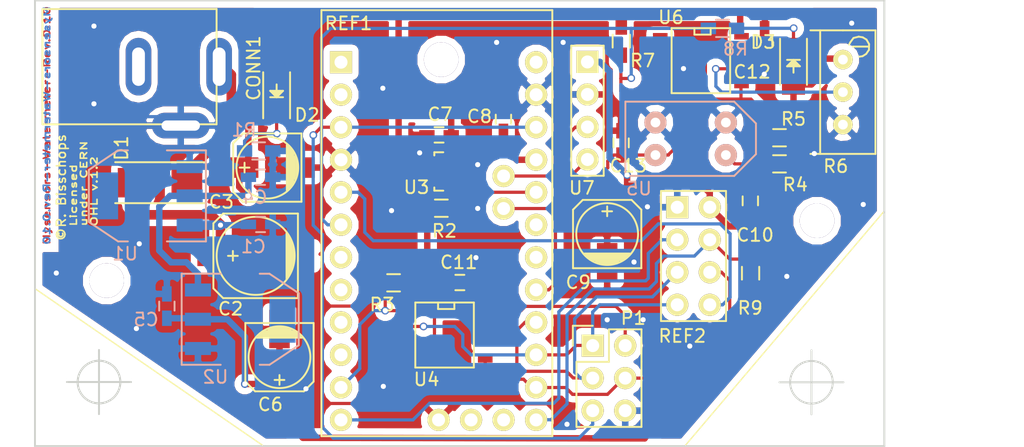
<source format=kicad_pcb>
(kicad_pcb (version 4) (host pcbnew 4.0.2-stable)
  (title_block (title "Water meter") (date 2016-03-02) (rev 0.10) (company "MySensors Boards") (comment 1 "R. Bisschops"))
  (layers (0 F.Cu signal) (31 B.Cu signal) (34 B.Paste user) (35 F.Paste user) (36 B.SilkS user) (37 F.SilkS user) (38 B.Mask user) (39 F.Mask user) (44 Edge.Cuts user hide))
  (net 0 "")
  (net 1 GND)
  (net 2 "Net-(CONN1-Pad2)")
  (net 3 RESET)
  (net 4 MISO)
  (net 5 SCK)
  (net 6 MOSI)
  (net 7 SEC-SDA)
  (net 8 D3)
  (net 9 FLASH-CSN)
  (net 10 RAD_CSN)
  (net 11 RAD_IRQ)
  (net 12 RAD_CE)
  (net 13 "Net-(C1-Pad1)")
  (net 14 A0)
  (net 15 "Net-(D2-Pad1)")
  (net 16 "Net-(D3-Pad1)")
  (net 17 "Net-(R4-Pad2)")
  (net 18 "Net-(R6-Pad2)")
  (net 19 +3.3V)
  (net 20 VCC)
  (net 21 TMP_SCL)
  (net 22 TMP_SDA)
  (net 23 "Net-(REF1-Pad18)")
  (net 24 "Net-(REF1-Pad19)")
  (net 25 "Net-(REF1-Pad24)")
  (net 26 "Net-(REF1-Pad34)")
  (net 27 "Net-(REF1-Pad33)")
  (net 28 "Net-(REF1-Pad1)")
  (net 29 "Net-(REF1-Pad2)")
  (net 30 "Net-(REF1-Pad7)")
  (net 31 "Net-(REF1-Pad8)")
  (net 32 "Net-(REF1-Pad9)")
  (net 33 "Net-(REF1-Pad10)")
  (net 34 "Net-(U6-Pad1)")
  (module MySensors:NRF24L01_STD (layer F.Cu) (at 76.1619 57.0484 270)
    (fp_text reference REF2 (at 10.0584 2.1463 360) (layer F.SilkS))
    (fp_text value NRF24L01)
    (pad 2 thru_hole circle (at 0 0 270) (size 1.7272 1.7272) (drill 1.016) (layers *.Cu *.Mask F.SilkS) (net 19 +3.3V))
    (pad 1 thru_hole rect (at 0 2.54 270) (size 1.7272 1.7272) (drill 1.016) (layers *.Cu *.Mask F.SilkS) (net 1 GND))
    (pad 4 thru_hole oval (at 2.54 0 270) (size 1.7272 1.7272) (drill 1.016) (layers *.Cu *.Mask F.SilkS) (net 10 RAD_CSN))
    (pad 3 thru_hole oval (at 2.54 2.54 270) (size 1.7272 1.7272) (drill 1.016) (layers *.Cu *.Mask F.SilkS) (net 12 RAD_CE))
    (pad 6 thru_hole oval (at 5.08 0 270) (size 1.7272 1.7272) (drill 1.016) (layers *.Cu *.Mask F.SilkS) (net 6 MOSI))
    (pad 5 thru_hole oval (at 5.08 2.54 270) (size 1.7272 1.7272) (drill 1.016) (layers *.Cu *.Mask F.SilkS) (net 5 SCK))
    (pad 8 thru_hole oval (at 7.62 0 270) (size 1.7272 1.7272) (drill 1.016) (layers *.Cu *.Mask F.SilkS) (net 11 RAD_IRQ))
    (pad 7 thru_hole oval (at 7.62 2.54 270) (size 1.7272 1.7272) (drill 1.016) (layers *.Cu *.Mask F.SilkS) (net 4 MISO))
  )
  (module Capacitors_SMD:C_0603_HandSoldering (layer B.Cu) (at 41.07436 58.39216)
    (fp_text reference C1 (at -0.56 1.73) (layer B.SilkS) (effects (justify mirror)))
    (fp_text value 100nF)
    (pad 1 smd rect (at -0.95 0) (size 1.2 0.75) (layers B.Cu B.Paste B.Mask) (net 13 "Net-(C1-Pad1)"))
    (pad 2 smd rect (at 0.95 0) (size 1.2 0.75) (layers B.Cu B.Paste B.Mask) (net 1 GND))
  )
  (module Capacitors_SMD:C_0603_HandSoldering (layer B.Cu) (at 41.07436 54.70216)
    (fp_text reference C4 (at -0.45 1.57) (layer B.SilkS) (effects (justify mirror)))
    (fp_text value 100nF)
    (pad 1 smd rect (at -0.95 0) (size 1.2 0.75) (layers B.Cu B.Paste B.Mask) (net 20 VCC))
    (pad 2 smd rect (at 0.95 0) (size 1.2 0.75) (layers B.Cu B.Paste B.Mask) (net 1 GND))
  )
  (module Capacitors_SMD:C_0603_HandSoldering (layer B.Cu) (at 33.7566 64.77 90)
    (fp_text reference C5 (at -1.05216 -1.62224 360) (layer B.SilkS) (effects (justify mirror)))
    (fp_text value 100nF)
    (pad 1 smd rect (at -0.95 0 90) (size 1.2 0.75) (layers B.Cu B.Paste B.Mask) (net 19 +3.3V))
    (pad 2 smd rect (at 0.95 0 90) (size 1.2 0.75) (layers B.Cu B.Paste B.Mask) (net 1 GND))
  )
  (module Capacitors_SMD:C_0603_HandSoldering (layer F.Cu) (at 55.0164 51.3969 180)
    (fp_text reference C7 (at -0.07796 1.60474 180) (layer F.SilkS))
    (fp_text value 100nF)
    (pad 1 smd rect (at -0.95 0 180) (size 1.2 0.75) (layers F.Cu F.Paste F.Mask) (net 20 VCC))
    (pad 2 smd rect (at 0.95 0 180) (size 1.2 0.75) (layers F.Cu F.Paste F.Mask) (net 1 GND))
  )
  (module Capacitors_SMD:C_0603_HandSoldering (layer F.Cu) (at 60.0456 50.17008 90)
    (fp_text reference C8 (at 0.21792 -1.87124 180) (layer F.SilkS))
    (fp_text value 100nF)
    (pad 1 smd rect (at -0.95 0 90) (size 1.2 0.75) (layers F.Cu F.Paste F.Mask) (net 20 VCC))
    (pad 2 smd rect (at 0.95 0 90) (size 1.2 0.75) (layers F.Cu F.Paste F.Mask) (net 1 GND))
  )
  (module Capacitors_SMD:C_0603_HandSoldering (layer F.Cu) (at 79.33 56.55 90)
    (fp_text reference C10 (at -2.667 0.381 180) (layer F.SilkS))
    (fp_text value 100nF)
    (pad 1 smd rect (at -0.95 0 90) (size 1.2 0.75) (layers F.Cu F.Paste F.Mask) (net 19 +3.3V))
    (pad 2 smd rect (at 0.95 0 90) (size 1.2 0.75) (layers F.Cu F.Paste F.Mask) (net 1 GND))
  )
  (module Capacitors_SMD:C_0603_HandSoldering (layer F.Cu) (at 56.642 62.9285 180)
    (fp_text reference C11 (at 0.08764 1.57634 360) (layer F.SilkS))
    (fp_text value 100nF)
    (pad 1 smd rect (at -0.95 0 180) (size 1.2 0.75) (layers F.Cu F.Paste F.Mask) (net 20 VCC))
    (pad 2 smd rect (at 0.95 0 180) (size 1.2 0.75) (layers F.Cu F.Paste F.Mask) (net 1 GND))
  )
  (module Capacitors_SMD:C_0603_HandSoldering (layer F.Cu) (at 80.44436 44.05216 270)
    (fp_text reference C12 (at 2.42316 0.97536 360) (layer F.SilkS))
    (fp_text value 100nF)
    (pad 1 smd rect (at -0.95 0 270) (size 1.2 0.75) (layers F.Cu F.Paste F.Mask) (net 20 VCC))
    (pad 2 smd rect (at 0.95 0 270) (size 1.2 0.75) (layers F.Cu F.Paste F.Mask) (net 1 GND))
  )
  (module Capacitors_SMD:C_0603_HandSoldering (layer F.Cu) (at 69.23436 52.02216 90)
    (fp_text reference C13 (at -1.79 0.56 180) (layer F.SilkS))
    (fp_text value 100nF)
    (pad 1 smd rect (at -0.95 0 90) (size 1.2 0.75) (layers F.Cu F.Paste F.Mask) (net 14 A0))
    (pad 2 smd rect (at 0.95 0 90) (size 1.2 0.75) (layers F.Cu F.Paste F.Mask) (net 1 GND))
  )
  (module Pin_Headers:Pin_Header_Straight_2x03 (layer F.Cu) (at 67.0179 67.8561)
    (fp_text reference P1 (at 3.16646 -2.14394) (layer F.SilkS))
    (fp_text value CONN_02X03)
    (pad 1 thru_hole rect (at 0 0) (size 1.7272 1.7272) (drill 1.016) (layers *.Cu *.Mask F.SilkS) (net 4 MISO))
    (pad 2 thru_hole oval (at 2.54 0) (size 1.7272 1.7272) (drill 1.016) (layers *.Cu *.Mask F.SilkS) (net 20 VCC))
    (pad 3 thru_hole oval (at 0 2.54) (size 1.7272 1.7272) (drill 1.016) (layers *.Cu *.Mask F.SilkS) (net 5 SCK))
    (pad 4 thru_hole oval (at 2.54 2.54) (size 1.7272 1.7272) (drill 1.016) (layers *.Cu *.Mask F.SilkS) (net 6 MOSI))
    (pad 5 thru_hole oval (at 0 5.08) (size 1.7272 1.7272) (drill 1.016) (layers *.Cu *.Mask F.SilkS) (net 3 RESET))
    (pad 6 thru_hole oval (at 2.54 5.08) (size 1.7272 1.7272) (drill 1.016) (layers *.Cu *.Mask F.SilkS) (net 1 GND))
  )
  (module Resistors_SMD:R_0603_HandSoldering (layer B.Cu) (at 40.92436 52.65216)
    (fp_text reference R1 (at -1.143 -1.6383) (layer B.SilkS) (effects (justify mirror)))
    (fp_text value 1K)
    (pad 1 smd rect (at -1.1 0) (size 1.2 0.9) (layers B.Cu B.Paste B.Mask) (net 15 "Net-(D2-Pad1)"))
    (pad 2 smd rect (at 1.1 0) (size 1.2 0.9) (layers B.Cu B.Paste B.Mask) (net 1 GND))
  )
  (module Resistors_SMD:R_0603_HandSoldering (layer F.Cu) (at 55.1942 57.1246)
    (fp_text reference R2 (at 0.24016 1.77756) (layer F.SilkS))
    (fp_text value 56K)
    (pad 1 smd rect (at -1.1 0) (size 1.2 0.9) (layers F.Cu F.Paste F.Mask) (net 20 VCC))
    (pad 2 smd rect (at 1.1 0) (size 1.2 0.9) (layers F.Cu F.Paste F.Mask) (net 7 SEC-SDA))
  )
  (module Resistors_SMD:R_0603_HandSoldering (layer F.Cu) (at 51.46436 62.95216 180)
    (fp_text reference R3 (at 0.89 -1.7 360) (layer F.SilkS))
    (fp_text value 56K)
    (pad 1 smd rect (at -1.1 0 180) (size 1.2 0.9) (layers F.Cu F.Paste F.Mask) (net 20 VCC))
    (pad 2 smd rect (at 1.1 0 180) (size 1.2 0.9) (layers F.Cu F.Paste F.Mask) (net 9 FLASH-CSN))
  )
  (module Resistors_SMD:R_0603_HandSoldering (layer F.Cu) (at 81.61 53.66 180)
    (fp_text reference R4 (at -1.2319 -1.6256 360) (layer F.SilkS))
    (fp_text value 180)
    (pad 1 smd rect (at -1.1 0 180) (size 1.2 0.9) (layers F.Cu F.Paste F.Mask) (net 20 VCC))
    (pad 2 smd rect (at 1.1 0 180) (size 1.2 0.9) (layers F.Cu F.Paste F.Mask) (net 17 "Net-(R4-Pad2)"))
  )
  (module Resistors_SMD:R_0603_HandSoldering (layer F.Cu) (at 81.61 51.62 180)
    (fp_text reference R5 (at -1.0922 1.4605 360) (layer F.SilkS))
    (fp_text value 10K)
    (pad 1 smd rect (at -1.1 0 180) (size 1.2 0.9) (layers F.Cu F.Paste F.Mask) (net 20 VCC))
    (pad 2 smd rect (at 1.1 0 180) (size 1.2 0.9) (layers F.Cu F.Paste F.Mask) (net 14 A0))
  )
  (module Resistors_SMD:R_0603_HandSoldering (layer F.Cu) (at 69.25056 44.07408 270)
    (fp_text reference R7 (at 1.524 -1.66116 540) (layer F.SilkS))
    (fp_text value 10K)
    (pad 1 smd rect (at -1.1 0 270) (size 1.2 0.9) (layers F.Cu F.Paste F.Mask) (net 20 VCC))
    (pad 2 smd rect (at 1.1 0 270) (size 1.2 0.9) (layers F.Cu F.Paste F.Mask) (net 8 D3))
  )
  (module Resistors_SMD:R_0603_HandSoldering (layer B.Cu) (at 77.1525 43.0784 180)
    (fp_text reference R8 (at -1.01854 -1.60528 180) (layer B.SilkS) (effects (justify mirror)))
    (fp_text value 1K)
    (pad 1 smd rect (at -1.1 0 180) (size 1.2 0.9) (layers B.Cu B.Paste B.Mask) (net 16 "Net-(D3-Pad1)"))
    (pad 2 smd rect (at 1.1 0 180) (size 1.2 0.9) (layers B.Cu B.Paste B.Mask) (net 8 D3))
  )
  (module TO_SOT_Packages_SMD:SOT-223 (layer B.Cu) (at 32.23436 56.16216 270)
    (fp_text reference U1 (at 4.5212 1.7399 540) (layer B.SilkS) (effects (justify mirror)))
    (fp_text value AP1117D50)
    (pad 4 smd rect (at 0 3.302 270) (size 3.6576 2.032) (layers B.Cu B.Paste B.Mask))
    (pad 2 smd rect (at 0 -3.302 270) (size 1.016 2.032) (layers B.Cu B.Paste B.Mask) (net 20 VCC))
    (pad 3 smd rect (at 2.286 -3.302 270) (size 1.016 2.032) (layers B.Cu B.Paste B.Mask) (net 13 "Net-(C1-Pad1)"))
    (pad 1 smd rect (at -2.286 -3.302 270) (size 1.016 2.032) (layers B.Cu B.Paste B.Mask) (net 1 GND))
  )
  (module TO_SOT_Packages_SMD:SOT-223 (layer B.Cu) (at 39.4843 65.7987 90)
    (fp_text reference U2 (at -4.5085 -1.9304 180) (layer B.SilkS) (effects (justify mirror)))
    (fp_text value AP1117D33)
    (pad 4 smd rect (at 0 3.302 90) (size 3.6576 2.032) (layers B.Cu B.Paste B.Mask))
    (pad 2 smd rect (at 0 -3.302 90) (size 1.016 2.032) (layers B.Cu B.Paste B.Mask) (net 19 +3.3V))
    (pad 3 smd rect (at 2.286 -3.302 90) (size 1.016 2.032) (layers B.Cu B.Paste B.Mask) (net 20 VCC))
    (pad 1 smd rect (at -2.286 -3.302 90) (size 1.016 2.032) (layers B.Cu B.Paste B.Mask) (net 1 GND))
  )
  (module TO_SOT_Packages_SMD:SOT-23 (layer F.Cu) (at 55.2958 54.2544 90)
    (fp_text reference U3 (at -1.23776 -2.04144 180) (layer F.SilkS))
    (fp_text value ATSHA240A)
    (pad 1 smd rect (at -0.95 1.00076 90) (size 0.8001 0.8001) (layers F.Cu F.Paste F.Mask) (net 7 SEC-SDA))
    (pad 2 smd rect (at 0.95 1.00076 90) (size 0.8001 0.8001) (layers F.Cu F.Paste F.Mask) (net 20 VCC))
    (pad 3 smd rect (at 0 -0.99822 90) (size 0.8001 0.8001) (layers F.Cu F.Paste F.Mask) (net 1 GND))
  )
  (module SMD_Packages:SOIC-8-N (layer F.Cu) (at 55.4482 67.0306 270)
    (fp_text reference U4 (at 3.4671 1.4097 360) (layer F.SilkS))
    (fp_text value AT25DF512C)
    (pad 8 smd rect (at -1.905 -3.175 270) (size 0.508 1.143) (layers F.Cu F.Paste F.Mask) (net 20 VCC))
    (pad 7 smd rect (at -0.635 -3.175 270) (size 0.508 1.143) (layers F.Cu F.Paste F.Mask) (net 20 VCC))
    (pad 6 smd rect (at 0.635 -3.175 270) (size 0.508 1.143) (layers F.Cu F.Paste F.Mask) (net 5 SCK))
    (pad 5 smd rect (at 1.905 -3.175 270) (size 0.508 1.143) (layers F.Cu F.Paste F.Mask) (net 6 MOSI))
    (pad 4 smd rect (at 1.905 3.175 270) (size 0.508 1.143) (layers F.Cu F.Paste F.Mask) (net 1 GND))
    (pad 3 smd rect (at 0.635 3.175 270) (size 0.508 1.143) (layers F.Cu F.Paste F.Mask) (net 20 VCC))
    (pad 2 smd rect (at -0.635 3.175 270) (size 0.508 1.143) (layers F.Cu F.Paste F.Mask) (net 4 MISO))
    (pad 1 smd rect (at -1.905 3.175 270) (size 0.508 1.143) (layers F.Cu F.Paste F.Mask) (net 9 FLASH-CSN))
  )
  (module SMD_Packages:SOIC-8-N (layer F.Cu) (at 75.46848 45.59808 270)
    (fp_text reference U6 (at -3.3782 2.3368 360) (layer F.SilkS))
    (fp_text value LM393)
    (pad 8 smd rect (at -1.905 -3.175 270) (size 0.508 1.143) (layers F.Cu F.Paste F.Mask) (net 20 VCC))
    (pad 7 smd rect (at -0.635 -3.175 270) (size 0.508 1.143) (layers F.Cu F.Paste F.Mask) (net 8 D3))
    (pad 6 smd rect (at 0.635 -3.175 270) (size 0.508 1.143) (layers F.Cu F.Paste F.Mask) (net 18 "Net-(R6-Pad2)"))
    (pad 5 smd rect (at 1.905 -3.175 270) (size 0.508 1.143) (layers F.Cu F.Paste F.Mask) (net 14 A0))
    (pad 4 smd rect (at 1.905 3.175 270) (size 0.508 1.143) (layers F.Cu F.Paste F.Mask) (net 1 GND))
    (pad 3 smd rect (at 0.635 3.175 270) (size 0.508 1.143) (layers F.Cu F.Paste F.Mask) (net 1 GND))
    (pad 2 smd rect (at -0.635 3.175 270) (size 0.508 1.143) (layers F.Cu F.Paste F.Mask) (net 1 GND))
    (pad 1 smd rect (at -1.905 3.175 270) (size 0.508 1.143) (layers F.Cu F.Paste F.Mask) (net 34 "Net-(U6-Pad1)"))
  )
  (module Capacitors_SMD:c_elec_5x5.3 (layer F.Cu) (at 42.55262 68.76034 270)
    (fp_text reference C6 (at 3.6957 0.7112 360) (layer F.SilkS))
    (fp_text value 10uF)
    (pad 1 smd rect (at 2.19964 0 270) (size 2.99974 1.6002) (layers F.Cu F.Paste F.Mask) (net 19 +3.3V))
    (pad 2 smd rect (at -2.19964 0 270) (size 2.99974 1.6002) (layers F.Cu F.Paste F.Mask) (net 1 GND))
  )
  (module Capacitors_SMD:c_elec_5x5.3 (layer F.Cu) (at 41.60266 53.95214 180)
    (fp_text reference C3 (at 3.5883 -2.68002 180) (layer F.SilkS))
    (fp_text value 10uF)
    (pad 1 smd rect (at 2.19964 0 180) (size 2.99974 1.6002) (layers F.Cu F.Paste F.Mask) (net 20 VCC))
    (pad 2 smd rect (at -2.19964 0 180) (size 2.99974 1.6002) (layers F.Cu F.Paste F.Mask) (net 1 GND))
  )
  (module Capacitors_SMD:c_elec_5x5.3 (layer F.Cu) (at 68.1482 59.1439 90)
    (fp_text reference C9 (at -3.7719 -2.2606 180) (layer F.SilkS))
    (fp_text value 4u7)
    (pad 1 smd rect (at 2.19964 0 90) (size 2.99974 1.6002) (layers F.Cu F.Paste F.Mask) (net 19 +3.3V))
    (pad 2 smd rect (at -2.19964 0 90) (size 2.99974 1.6002) (layers F.Cu F.Paste F.Mask) (net 1 GND))
  )
  (module Capacitors_SMD:c_elec_6.3x5.3 (layer F.Cu) (at 40.6908 60.8457 180)
    (fp_text reference C2 (at 1.95644 -4.13646 180) (layer F.SilkS))
    (fp_text value 47uF)
    (pad 1 smd rect (at 2.75082 0 180) (size 3.59918 1.6002) (layers F.Cu F.Paste F.Mask) (net 13 "Net-(C1-Pad1)"))
    (pad 2 smd rect (at -2.75082 0 180) (size 3.59918 1.6002) (layers F.Cu F.Paste F.Mask) (net 1 GND))
  )
  (module MySensors:Potentiometer_Custom_Inline_ScrewUp (layer F.Cu) (at 86.5632 45.5168 180)
    (fp_text reference R6 (at 0.5588 -8.3312 180) (layer F.SilkS))
    (fp_text value 10K)
    (pad 2 thru_hole circle (at 0 -2.54 180) (size 1.524 1.524) (drill 0.762) (layers *.Cu *.Mask F.SilkS) (net 18 "Net-(R6-Pad2)"))
    (pad 3 thru_hole circle (at 0 -5.08 180) (size 1.524 1.524) (drill 0.762) (layers *.Cu *.Mask F.SilkS) (net 1 GND))
    (pad 1 thru_hole circle (at 0 0 180) (size 1.524 1.524) (drill 0.762) (layers *.Cu *.Mask F.SilkS) (net 20 VCC))
  )
  (module MySensors:Arduino_Pro_Mini_non_FTDI (layer F.Cu) (at 47.3583 73.66)
    (fp_text reference REF1 (at 0.58606 -30.96784) (layer F.SilkS))
    (fp_text value "Arduino_Mini_Pro 5V")
    (pad 13 thru_hole circle (at 15.24 0) (size 1.7272 1.7272) (drill 1.016) (layers *.Cu *.Mask F.SilkS) (net 10 RAD_CSN))
    (pad 14 thru_hole circle (at 15.24 -2.54) (size 1.7272 1.7272) (drill 1.016) (layers *.Cu *.Mask F.SilkS) (net 6 MOSI))
    (pad 15 thru_hole circle (at 15.24 -5.08) (size 1.7272 1.7272) (drill 1.016) (layers *.Cu *.Mask F.SilkS) (net 4 MISO))
    (pad 16 thru_hole circle (at 15.24 -7.62) (size 1.7272 1.7272) (drill 1.016) (layers *.Cu *.Mask F.SilkS) (net 5 SCK))
    (pad 17 thru_hole circle (at 15.24 -10.16) (size 1.7272 1.7272) (drill 1.016) (layers *.Cu *.Mask F.SilkS) (net 14 A0))
    (pad 18 thru_hole circle (at 15.24 -12.7) (size 1.7272 1.7272) (drill 1.016) (layers *.Cu *.Mask F.SilkS) (net 23 "Net-(REF1-Pad18)"))
    (pad 19 thru_hole circle (at 15.24 -15.24) (size 1.7272 1.7272) (drill 1.016) (layers *.Cu *.Mask F.SilkS) (net 24 "Net-(REF1-Pad19)"))
    (pad 20 thru_hole circle (at 15.24 -17.78) (size 1.7272 1.7272) (drill 1.016) (layers *.Cu *.Mask F.SilkS) (net 7 SEC-SDA))
    (pad 21 thru_hole circle (at 15.24 -20.32) (size 1.7272 1.7272) (drill 1.016) (layers *.Cu *.Mask F.SilkS) (net 20 VCC))
    (pad 22 thru_hole circle (at 15.24 -22.86) (size 1.7272 1.7272) (drill 1.016) (layers *.Cu *.Mask F.SilkS) (net 3 RESET))
    (pad 23 thru_hole circle (at 15.24 -25.4) (size 1.7272 1.7272) (drill 1.016) (layers *.Cu *.Mask F.SilkS) (net 1 GND))
    (pad 24 thru_hole circle (at 15.24 -27.94) (size 1.7272 1.7272) (drill 1.016) (layers *.Cu *.Mask F.SilkS) (net 25 "Net-(REF1-Pad24)"))
    (pad 34 thru_hole circle (at 12.7 0) (size 1.7272 1.7272) (drill 1.016) (layers *.Cu *.Mask F.SilkS) (net 26 "Net-(REF1-Pad34)"))
    (pad 33 thru_hole circle (at 10.16 0) (size 1.7272 1.7272) (drill 1.016) (layers *.Cu *.Mask F.SilkS) (net 27 "Net-(REF1-Pad33)"))
    (pad 35 thru_hole circle (at 7.62 0) (size 1.7272 1.7272) (drill 1.016) (layers *.Cu *.Mask F.SilkS) (net 1 GND))
    (pad 1 thru_hole rect (at 0 -27.94) (size 1.7272 1.7272) (drill 1.016) (layers *.Cu *.Mask F.SilkS) (net 28 "Net-(REF1-Pad1)"))
    (pad 2 thru_hole circle (at 0 -25.4) (size 1.7272 1.7272) (drill 1.016) (layers *.Cu *.Mask F.SilkS) (net 29 "Net-(REF1-Pad2)"))
    (pad 3 thru_hole circle (at 0 -22.86) (size 1.7272 1.7272) (drill 1.016) (layers *.Cu *.Mask F.SilkS) (net 3 RESET))
    (pad 4 thru_hole circle (at 0 -20.32) (size 1.7272 1.7272) (drill 1.016) (layers *.Cu *.Mask F.SilkS) (net 1 GND))
    (pad 5 thru_hole circle (at 0 -17.78) (size 1.7272 1.7272) (drill 1.016) (layers *.Cu *.Mask F.SilkS) (net 11 RAD_IRQ))
    (pad 6 thru_hole circle (at 0 -15.24) (size 1.7272 1.7272) (drill 1.016) (layers *.Cu *.Mask F.SilkS) (net 8 D3))
    (pad 7 thru_hole circle (at 0 -12.7) (size 1.7272 1.7272) (drill 1.016) (layers *.Cu *.Mask F.SilkS) (net 30 "Net-(REF1-Pad7)"))
    (pad 8 thru_hole circle (at 0 -10.16) (size 1.7272 1.7272) (drill 1.016) (layers *.Cu *.Mask F.SilkS) (net 31 "Net-(REF1-Pad8)"))
    (pad 9 thru_hole circle (at 0 -7.62) (size 1.7272 1.7272) (drill 1.016) (layers *.Cu *.Mask F.SilkS) (net 32 "Net-(REF1-Pad9)"))
    (pad 10 thru_hole circle (at 0 -5.08) (size 1.7272 1.7272) (drill 1.016) (layers *.Cu *.Mask F.SilkS) (net 33 "Net-(REF1-Pad10)"))
    (pad 11 thru_hole circle (at 0 -2.54) (size 1.7272 1.7272) (drill 1.016) (layers *.Cu *.Mask F.SilkS) (net 9 FLASH-CSN))
    (pad 12 thru_hole circle (at 0 0) (size 1.7272 1.7272) (drill 1.016) (layers *.Cu *.Mask F.SilkS) (net 12 RAD_CE))
    (pad 32 thru_hole circle (at 12.7 -19.05) (size 1.7272 1.7272) (drill 1.016) (layers *.Cu *.Mask F.SilkS) (net 21 TMP_SCL))
    (pad 31 thru_hole circle (at 12.7 -16.51) (size 1.7272 1.7272) (drill 1.016) (layers *.Cu *.Mask F.SilkS) (net 22 TMP_SDA))
  )
  (module MySensors:TCRT5000 (layer B.Cu) (at 71.9201 50.4317)
    (fp_text reference U5 (at -1.28778 5.1689) (layer B.SilkS) (effects (justify mirror)))
    (fp_text value TCRT5000)
    (pad 1 thru_hole circle (at 5.5 2.54) (size 1.7272 1.7272) (drill 0.762) (layers *.Cu *.Mask B.SilkS) (net 17 "Net-(R4-Pad2)"))
    (pad 2 thru_hole circle (at 5.5 0) (size 1.7272 1.7272) (drill 0.762) (layers *.Cu *.Mask B.SilkS) (net 1 GND))
    (pad 3 thru_hole circle (at 0 2.54) (size 1.7272 1.7272) (drill 0.762) (layers *.Cu *.Mask B.SilkS) (net 14 A0))
    (pad 4 thru_hole circle (at 0 0) (size 1.7272 1.7272) (drill 0.762) (layers *.Cu *.Mask B.SilkS) (net 1 GND))
  )
  (module Mounting_Holes:MountingHole_2-7mm (layer F.Cu) (at 55.1815 45.5168)
    (fp_text reference REF** hide)
    (fp_text value MountingHole_2-5mm)
    (pad 1 thru_hole circle (at 0 0) (size 2.7 2.7) (drill 2.7) (layers))
  )
  (module Mounting_Holes:MountingHole_2-7mm (layer F.Cu) (at 29.0576 62.7761)
    (fp_text reference REF** hide)
    (fp_text value MountingHole_2-5mm)
    (pad 1 thru_hole circle (at 0 0) (size 2.7 2.7) (drill 2.7) (layers))
  )
  (module Mounting_Holes:MountingHole_2-7mm (layer F.Cu) (at 84.5439 58.1025)
    (fp_text reference REF** hide)
    (fp_text value MountingHole_2-5mm)
    (pad 1 thru_hole circle (at 0 0) (size 2.7 2.7) (drill 2.7) (layers))
  )
  (module MySensors:SI7021 (layer F.Cu) (at 66.60896 45.69968 270)
    (fp_text reference U7 (at 9.84248 0.4446 360) (layer F.SilkS))
    (fp_text value SI7021)
    (pad 1 thru_hole rect (at 0 0 270) (size 1.7272 1.7272) (drill 1.016) (layers *.Cu *.Mask F.SilkS) (net 19 +3.3V))
    (pad 2 thru_hole oval (at 2.54 0 270) (size 1.7272 1.7272) (drill 1.016) (layers *.Cu *.Mask F.SilkS) (net 1 GND))
    (pad 3 thru_hole oval (at 5.08 0 270) (size 1.7272 1.7272) (drill 1.016) (layers *.Cu *.Mask F.SilkS) (net 21 TMP_SCL))
    (pad 4 thru_hole oval (at 7.62 0 270) (size 1.7272 1.7272) (drill 1.016) (layers *.Cu *.Mask F.SilkS) (net 22 TMP_SDA))
  )
  (module MySensors:LED_1206 (layer F.Cu) (at 42.3291 47.9552 90)
    (fp_text reference D2 (at -1.8923 2.3749 180) (layer F.SilkS))
    (fp_text value PWR)
    (pad 2 smd rect (at 1.41986 0 270) (size 1.59766 1.80086) (layers F.Cu F.Paste F.Mask) (net 20 VCC))
    (pad 1 smd rect (at -1.41986 0 270) (size 1.59766 1.80086) (layers F.Cu F.Paste F.Mask) (net 15 "Net-(D2-Pad1)"))
  )
  (module MySensors:LED_1206 (layer F.Cu) (at 82.7024 46.0375 270)
    (fp_text reference D3 (at -1.8923 2.3749 360) (layer F.SilkS))
    (fp_text value PULSE)
    (pad 2 smd rect (at 1.41986 0 90) (size 1.59766 1.80086) (layers F.Cu F.Paste F.Mask) (net 20 VCC))
    (pad 1 smd rect (at -1.41986 0 90) (size 1.59766 1.80086) (layers F.Cu F.Paste F.Mask) (net 16 "Net-(D3-Pad1)"))
  )
  (module MySensors:DO-214AC (layer F.Cu) (at 33.22 55.13)
    (fp_text reference D1 (at -3.01 -2.7 90) (layer F.SilkS))
    (fp_text value "1N4007 M7")
    (pad 2 smd rect (at 2.1 0) (size 2.4 2.3) (layers F.Cu F.Paste F.Mask) (net 2 "Net-(CONN1-Pad2)"))
    (pad 1 smd rect (at -2.1 0) (size 2.4 2.3) (layers F.Cu F.Paste F.Mask) (net 13 "Net-(C1-Pad1)"))
  )
  (module MySensors:Socket_Jack_5.5-2.1MM (layer F.Cu) (at 37.64 50.57 90)
    (fp_text reference CONN1 (at 4.39074 2.89576 90) (layer F.SilkS))
    (fp_text value CONN_01X02)
    (pad 2 thru_hole oval (at 4.5 0.2 90) (size 4.5 2) (drill oval 3 1) (layers *.Cu *.Mask) (net 2 "Net-(CONN1-Pad2)"))
    (pad 3 thru_hole oval (at 4.5 -6.1 90) (size 4.5 2) (drill oval 3 1) (layers *.Cu *.Mask))
    (pad 1 thru_hole oval (at -0.1 -2.8 90) (size 2 4.5) (drill oval 0.8 3) (layers *.Cu *.Mask) (net 1 GND))
  )
  (module Resistors_SMD:R_0603_HandSoldering (layer F.Cu) (at 79.35 62.2 90)
    (fp_text reference R9 (at -2.72 -0.03 180) (layer F.SilkS))
    (fp_text value 56K)
    (pad 1 smd rect (at -1.1 0 90) (size 1.2 0.9) (layers F.Cu F.Paste F.Mask) (net 19 +3.3V))
    (pad 2 smd rect (at 1.1 0 90) (size 1.2 0.9) (layers F.Cu F.Paste F.Mask) (net 10 RAD_CSN))
  )
  (gr_text "© " (at 25.48 58.98 90) (layer F.SilkS) (effects (font (size 0.5 0.5) (thickness 0.125))))
  (gr_line (start 23.4531 75.7066) (end 23.4531 40.8921) (angle 90) (layer Edge.Cuts) (width 0.15))
  (gr_line (start 23.4531 75.7066) (end 89.7969 75.7066) (angle 90) (layer Edge.Cuts) (width 0.15))
  (gr_line (start 89.7969 75.7066) (end 89.7969 40.8921) (angle 90) (layer Edge.Cuts) (width 0.15))
  (gr_line (start 23.4531 40.8921) (end 89.7969 40.8921) (angle 90) (layer Edge.Cuts) (width 0.15))
  (gr_text "R. Bisschops" (at 25.51 54.99 90) (layer F.SilkS) (effects (font (size 0.7 0.75) (thickness 0.125))))
  (gr_text "Licensed\nunder CERN \nOHL v.1.2" (at 27.27 58.62 90) (layer F.SilkS) (effects (font (size 0.5 0.75) (thickness 0.125)) (justify left)))
  (gr_text Mysensors-Watermeter-Rev.0.10 (at 24.38 50.66 90) (layer B.Cu) (effects (font (size 0.5 0.75) (thickness 0.125)) (justify mirror)))
  (gr_text Mysensors-Watermeter-Rev.0.10 (at 24.38 50.66 90) (layer F.Cu) (effects (font (size 0.5 0.75) (thickness 0.125))))
  (target plus (at 28.45436 70.70216) (size 5) (width 0.15) (layer Edge.Cuts))
  (target plus (at 84.10436 70.72216) (size 5) (width 0.15) (layer Edge.Cuts))
  (target plus (at 28.45436 70.70216) (size 5) (width 0.15) (layer Edge.Cuts))
  (gr_line (start 23.4531 63.4035) (end 41.3 75.692) (layer F.SilkS) (width 0.1))
  (gr_line (start 74.2087 75.7066) (end 89.7969 57.3425) (layer F.SilkS) (width 0.1))
  (segment (start 25.12 62.19) (end 25.6 62.19) (width 0.25) (layer B.Cu) (net 1))
  (segment (start 27.25784 59.20216) (end 27.50436 59.20216) (width 0.25) (layer B.Cu) (net 1))
  (segment (start 25.79 60.67) (end 27.25784 59.20216) (width 0.25) (layer B.Cu) (net 1))
  (segment (start 25.79 62) (end 25.79 60.67) (width 0.25) (layer B.Cu) (net 1))
  (segment (start 25.6 62.19) (end 25.79 62) (width 0.25) (layer B.Cu) (net 1))
  (segment (start 80.44436 45.00216) (end 80.44436 46.63564) (width 0.25) (layer F.Cu) (net 1))
  (via (at 80.42 46.66) (size 0.6) (drill 0.4) (layers F.Cu B.Cu) (net 1))
  (segment (start 80.44436 46.63564) (end 80.42 46.66) (width 0.25) (layer F.Cu) (net 1))
  (via (at 25.12 62.19) (size 0.6) (drill 0.4) (layers F.Cu B.Cu) (net 1))
  (segment (start 25.12 62.19) (end 25.12674 62.19674) (width 0.25) (layer F.Cu) (net 1))
  (segment (start 28.16436 59.20216) (end 27.50436 59.20216) (width 0.25) (layer B.Cu) (net 1))
  (segment (start 31.60014 59.90336) (end 31.60014 59.89794) (width 0.25) (layer B.Cu) (net 1))
  (segment (start 43.44162 62.92596) (end 43.307 63.06058) (width 0.25) (layer F.Cu) (net 1))
  (segment (start 43.307 63.06058) (end 40.31742 63.06058) (width 0.25) (layer F.Cu) (net 1))
  (segment (start 43.44162 60.8457) (end 43.44162 62.92596) (width 0.25) (layer F.Cu) (net 1))
  (segment (start 34.42208 66.52514) (end 31.37662 66.52514) (width 0.25) (layer F.Cu) (net 1))
  (via (at 31.37662 66.52514) (size 0.6) (drill 0.4) (layers F.Cu B.Cu) (net 1))
  (segment (start 31.37662 66.52514) (end 32.2707 65.63106) (width 0.25) (layer B.Cu) (net 1))
  (segment (start 32.2707 65.63106) (end 32.2707 60.57392) (width 0.25) (layer B.Cu) (net 1))
  (segment (start 32.2707 60.57392) (end 31.60014 59.90336) (width 0.25) (layer B.Cu) (net 1))
  (via (at 31.60014 59.90336) (size 0.6) (drill 0.4) (layers F.Cu B.Cu) (net 1))
  (segment (start 40.31742 63.06058) (end 37.88664 63.06058) (width 0.25) (layer F.Cu) (net 1))
  (segment (start 37.88664 63.06058) (end 34.42208 66.52514) (width 0.25) (layer F.Cu) (net 1))
  (segment (start 30.90436 59.20216) (end 28.16436 59.20216) (width 0.25) (layer B.Cu) (net 1))
  (segment (start 31.60014 59.89794) (end 30.90436 59.20216) (width 0.25) (layer B.Cu) (net 1))
  (segment (start 25.12 62.19) (end 25.1111 62.1989) (width 0.25) (layer B.Cu) (net 1))
  (segment (start 86.5632 50.5968) (end 86.5632 50.5206) (width 0.25) (layer B.Cu) (net 1))
  (segment (start 86.5632 50.5206) (end 88.4301 48.6537) (width 0.25) (layer B.Cu) (net 1))
  (segment (start 88.4301 48.6537) (end 88.4301 43.8531) (width 0.25) (layer B.Cu) (net 1))
  (segment (start 88.4301 43.8531) (end 87.249 42.672) (width 0.25) (layer B.Cu) (net 1))
  (via (at 87.249 42.672) (size 0.6) (drill 0.4) (layers F.Cu B.Cu) (net 1))
  (segment (start 84.328 52.8574) (end 84.328 52.832) (width 0.25) (layer B.Cu) (net 1))
  (via (at 84.328 52.8574) (size 0.6) (drill 0.4) (layers F.Cu B.Cu) (net 1))
  (segment (start 84.328 52.832) (end 86.5632 50.5968) (width 0.25) (layer B.Cu) (net 1))
  (segment (start 50.21072 53.34) (end 50.21072 52.47928) (width 0.25) (layer B.Cu) (net 1))
  (segment (start 51.30436 57.31216) (end 49.64436 57.31216) (width 0.25) (layer F.Cu) (net 1))
  (segment (start 50.21072 56.21852) (end 51.30436 57.31216) (width 0.25) (layer B.Cu) (net 1))
  (via (at 51.30436 57.31216) (size 0.6) (drill 0.4) (layers F.Cu B.Cu) (net 1))
  (segment (start 50.21072 53.34) (end 50.21072 56.21852) (width 0.25) (layer B.Cu) (net 1))
  (segment (start 48.991296 57.965224) (end 48.991296 57.965088) (width 0.25) (layer F.Cu) (net 1))
  (segment (start 49.64436 57.31216) (end 48.991296 57.965224) (width 0.25) (layer F.Cu) (net 1))
  (segment (start 45.8089 64.77) (end 48.6283 64.77) (width 0.25) (layer F.Cu) (net 1))
  (segment (start 48.9839 64.4144) (end 48.991296 57.965088) (width 0.25) (layer F.Cu) (net 1))
  (segment (start 48.6283 64.77) (end 48.9839 64.4144) (width 0.25) (layer F.Cu) (net 1))
  (segment (start 45.273875 65.305025) (end 45.8089 64.77) (width 0.25) (layer F.Cu) (net 1))
  (segment (start 45.273875 66.55308) (end 45.273875 65.305025) (width 0.25) (layer F.Cu) (net 1))
  (segment (start 50.21072 52.47928) (end 50.36 52.33) (width 0.25) (layer B.Cu) (net 1))
  (segment (start 48.38 52.33) (end 50.36 52.33) (width 0.25) (layer B.Cu) (net 1))
  (segment (start 47.37 53.34) (end 48.38 52.33) (width 0.25) (layer B.Cu) (net 1))
  (segment (start 50.36 52.33) (end 53.03 52.33) (width 0.25) (layer B.Cu) (net 1))
  (via (at 53.5 52.8) (size 0.6) (drill 0.4) (layers F.Cu B.Cu) (net 1))
  (segment (start 53.03 52.33) (end 53.5 52.8) (width 0.25) (layer B.Cu) (net 1))
  (segment (start 47.3583 53.34) (end 47.37 53.34) (width 0.25) (layer B.Cu) (net 1))
  (segment (start 88.1507 56.8325) (end 88.1507 56.6801) (width 0.25) (layer F.Cu) (net 1))
  (via (at 88.1507 56.8325) (size 0.6) (drill 0.4) (layers F.Cu B.Cu) (net 1))
  (segment (start 88.1507 56.6801) (end 88.1507 56.8325) (width 0.25) (layer F.Cu) (net 1))
  (segment (start 84.328 52.8574) (end 88.1507 56.6801) (width 0.25) (layer F.Cu) (net 1))
  (segment (start 84.328 52.8574) (end 84.328 53.972) (width 0.25) (layer F.Cu) (net 1))
  (segment (start 80.62 55.95) (end 82.18 62.45) (width 0.25) (layer F.Cu) (net 1))
  (segment (start 81.63 54.94) (end 80.62 55.95) (width 0.25) (layer F.Cu) (net 1))
  (segment (start 83.36 54.94) (end 81.63 54.94) (width 0.25) (layer F.Cu) (net 1))
  (segment (start 84.328 53.972) (end 83.36 54.94) (width 0.25) (layer F.Cu) (net 1))
  (segment (start 82.18 62.45) (end 82.18 62.41) (width 0.25) (layer B.Cu) (net 1))
  (via (at 82.18 62.45) (size 0.6) (drill 0.4) (layers F.Cu B.Cu) (net 1))
  (segment (start 34.2586 49.9729) (end 31.6429 49.9729) (width 0.25) (layer B.Cu) (net 1))
  (via (at 28.06 42.9) (size 0.6) (drill 0.4) (layers F.Cu B.Cu) (net 1))
  (segment (start 28.06 48.97) (end 28.06 42.9) (width 0.25) (layer F.Cu) (net 1))
  (via (at 28.06 48.97) (size 0.6) (drill 0.4) (layers F.Cu B.Cu) (net 1))
  (segment (start 30.64 48.97) (end 28.06 48.97) (width 0.25) (layer B.Cu) (net 1))
  (segment (start 31.6429 49.9729) (end 30.64 48.97) (width 0.25) (layer B.Cu) (net 1))
  (segment (start 72.29348 46.23308) (end 74.09692 46.23308) (width 0.25) (layer F.Cu) (net 1))
  (via (at 74.11 46.22) (size 0.6) (drill 0.4) (layers F.Cu B.Cu) (net 1))
  (segment (start 74.09692 46.23308) (end 74.11 46.22) (width 0.25) (layer F.Cu) (net 1))
  (segment (start 73.6219 57.0484) (end 71.32828 57.0484) (width 0.25) (layer B.Cu) (net 1))
  (via (at 71.29272 57.01284) (size 0.6) (drill 0.4) (layers F.Cu B.Cu) (net 1))
  (segment (start 71.32828 57.0484) (end 71.29272 57.01284) (width 0.25) (layer B.Cu) (net 1))
  (segment (start 25.1111 62.1589) (end 25.1111 62.1989) (width 0.25) (layer B.Cu) (net 1))
  (segment (start 55.692 62.9285) (end 55.692 61.29452) (width 0.25) (layer F.Cu) (net 1))
  (segment (start 55.692 61.29452) (end 56.00112 60.9854) (width 0.25) (layer F.Cu) (net 1))
  (segment (start 49.35436 72.3773) (end 49.35436 72.35216) (width 0.25) (layer F.Cu) (net 1))
  (via (at 50.66436 71.04216) (size 0.6) (drill 0.4) (layers F.Cu B.Cu) (net 1))
  (segment (start 49.35436 72.35216) (end 50.66436 71.04216) (width 0.25) (layer F.Cu) (net 1))
  (segment (start 57.8993 60.9854) (end 57.8993 57.31722) (width 0.25) (layer F.Cu) (net 1))
  (segment (start 56.00112 60.9854) (end 57.8993 60.9854) (width 0.25) (layer F.Cu) (net 1))
  (via (at 57.8993 60.9854) (size 0.6) (drill 0.4) (layers F.Cu B.Cu) (net 1))
  (via (at 58.03436 53.72216) (size 0.6) (drill 0.4) (layers F.Cu B.Cu) (net 1))
  (segment (start 58.03436 57.14216) (end 58.03436 53.72216) (width 0.25) (layer B.Cu) (net 1))
  (via (at 58.03436 57.14216) (size 0.6) (drill 0.4) (layers F.Cu B.Cu) (net 1))
  (segment (start 58.03436 57.18216) (end 58.03436 57.14216) (width 0.25) (layer F.Cu) (net 1))
  (segment (start 57.8993 57.31722) (end 58.03436 57.18216) (width 0.25) (layer F.Cu) (net 1))
  (segment (start 68.1482 61.34354) (end 70.22846 61.34354) (width 0.25) (layer F.Cu) (net 1))
  (segment (start 70.22846 61.34354) (end 70.2437 61.3283) (width 0.25) (layer F.Cu) (net 1))
  (segment (start 44.62272 43.40352) (end 50.51552 43.40352) (width 0.25) (layer F.Cu) (net 1))
  (segment (start 50.51552 43.40352) (end 50.53584 43.3832) (width 0.25) (layer F.Cu) (net 1))
  (segment (start 57.6072 48.60544) (end 51.47564 48.60544) (width 0.25) (layer B.Cu) (net 1))
  (segment (start 64.68872 44.19346) (end 64.70904 44.17314) (width 0.25) (layer B.Cu) (net 1))
  (via (at 64.70904 44.17314) (size 0.6) (drill 0.4) (layers F.Cu B.Cu) (net 1))
  (segment (start 59.5122 44.17314) (end 59.51728 46.69536) (width 0.25) (layer B.Cu) (net 1))
  (segment (start 57.6072 48.60544) (end 59.51728 46.69536) (width 0.25) (layer B.Cu) (net 1))
  (via (at 50.62474 47.75454) (size 0.6) (drill 0.4) (layers F.Cu B.Cu) (net 1))
  (segment (start 50.61712 43.46448) (end 50.62474 47.75454) (width 0.25) (layer F.Cu) (net 1))
  (segment (start 50.53584 43.3832) (end 50.61712 43.46448) (width 0.25) (layer F.Cu) (net 1))
  (via (at 59.5122 44.17314) (size 0.6) (drill 0.4) (layers F.Cu B.Cu) (net 1))
  (segment (start 59.5122 44.17314) (end 64.68872 44.19346) (width 0.25) (layer B.Cu) (net 1))
  (segment (start 51.47564 48.60544) (end 50.62474 47.75454) (width 0.25) (layer B.Cu) (net 1))
  (segment (start 70.2437 61.3283) (end 70.2437 65.38468) (width 0.25) (layer F.Cu) (net 1))
  (segment (start 70.69582 65.8368) (end 70.9549 65.8368) (width 0.25) (layer F.Cu) (net 1))
  (segment (start 70.2437 65.38468) (end 70.69582 65.8368) (width 0.25) (layer F.Cu) (net 1))
  (segment (start 45.273875 66.55308) (end 42.56024 66.55308) (width 0.25) (layer F.Cu) (net 1))
  (segment (start 42.56024 66.55308) (end 42.55262 66.5607) (width 0.25) (layer F.Cu) (net 1))
  (segment (start 44.6151 50.7111) (end 44.6151 43.41114) (width 0.25) (layer F.Cu) (net 1))
  (segment (start 43.8023 51.5239) (end 44.6151 50.7111) (width 0.25) (layer F.Cu) (net 1))
  (segment (start 43.8023 53.95214) (end 43.8023 51.5239) (width 0.25) (layer F.Cu) (net 1))
  (segment (start 44.6151 43.41114) (end 44.62272 43.40352) (width 0.25) (layer F.Cu) (net 1))
  (segment (start 45.273875 68.655814) (end 45.273875 66.55308) (width 0.25) (layer F.Cu) (net 1))
  (segment (start 45.6438 72.3773) (end 45.212 71.9455) (width 0.25) (layer F.Cu) (net 1))
  (segment (start 49.35436 72.3773) (end 45.6438 72.3773) (width 0.25) (layer F.Cu) (net 1))
  (segment (start 44.5946 71.2554) (end 44.62 71.23) (width 0.25) (layer F.Cu) (net 1))
  (segment (start 45.212 71.9455) (end 44.5946 71.2554) (width 0.25) (layer F.Cu) (net 1))
  (segment (start 44.62 71.23) (end 44.62 71.2173) (width 0.25) (layer B.Cu) (net 1))
  (segment (start 44.62 71.23) (end 44.6581 71.2681) (width 0.25) (layer F.Cu) (net 1))
  (via (at 44.62 71.23) (size 0.6) (drill 0.4) (layers F.Cu B.Cu) (net 1))
  (segment (start 44.62 71.1792) (end 44.6327 71.1919) (width 0.25) (layer F.Cu) (net 1))
  (segment (start 45.273875 68.655814) (end 44.62 71.1792) (width 0.25) (layer F.Cu) (net 1))
  (segment (start 70.9549 65.8368) (end 68.15 65.84) (width 0.25) (layer B.Cu) (net 1))
  (via (at 70.9549 65.8368) (size 0.6) (drill 0.4) (layers F.Cu B.Cu) (net 1))
  (via (at 68.15 65.84) (size 0.6) (drill 0.4) (layers F.Cu B.Cu) (net 1))
  (segment (start 70.9549 65.8368) (end 70.9549 65.9638) (width 0.25) (layer F.Cu) (net 1))
  (segment (start 70.9549 65.9638) (end 72.8853 67.8942) (width 0.25) (layer F.Cu) (net 1))
  (segment (start 72.8853 67.8942) (end 74.5998 67.8942) (width 0.25) (layer F.Cu) (net 1))
  (via (at 74.5998 67.8942) (size 0.6) (drill 0.4) (layers F.Cu B.Cu) (net 1))
  (segment (start 64.7446 72.9742) (end 64.7446 73.4568) (width 0.25) (layer F.Cu) (net 1))
  (segment (start 56.9595 70.6628) (end 58.4327 72.136) (width 0.25) (layer F.Cu) (net 1))
  (segment (start 58.4327 72.136) (end 61.1251 72.136) (width 0.25) (layer F.Cu) (net 1))
  (segment (start 61.1251 72.136) (end 61.3918 72.4027) (width 0.25) (layer F.Cu) (net 1))
  (segment (start 61.3918 72.4027) (end 64.1731 72.4027) (width 0.25) (layer F.Cu) (net 1))
  (segment (start 64.1731 72.4027) (end 64.7446 72.9742) (width 0.25) (layer F.Cu) (net 1))
  (segment (start 54.5719 70.6628) (end 56.9595 70.6628) (width 0.25) (layer F.Cu) (net 1))
  (via (at 65.01 74) (size 0.6) (drill 0.4) (layers F.Cu B.Cu) (net 1))
  (segment (start 64.7446 73.4568) (end 65.01 74) (width 0.25) (layer F.Cu) (net 1))
  (segment (start 70.2437 61.3283) (end 70.2437 61.3029) (width 0.25) (layer B.Cu) (net 1))
  (via (at 70.2437 61.3283) (size 0.6) (drill 0.4) (layers F.Cu B.Cu) (net 1))
  (segment (start 70.2437 61.2521) (end 70.2437 61.3283) (width 0.25) (layer F.Cu) (net 1))
  (segment (start 70.25386 61.24194) (end 70.2437 61.2521) (width 0.25) (layer F.Cu) (net 1))
  (segment (start 52.2732 70.2691) (end 52.2732 68.9356) (width 0.25) (layer F.Cu) (net 1))
  (segment (start 52.6415 70.6374) (end 52.2732 70.2691) (width 0.25) (layer F.Cu) (net 1))
  (segment (start 54.5465 70.6374) (end 52.6415 70.6374) (width 0.25) (layer F.Cu) (net 1))
  (segment (start 54.5719 70.6628) (end 54.5465 70.6374) (width 0.25) (layer F.Cu) (net 1))
  (segment (start 42.3291 53.1622) (end 42.3164 53.1749) (width 0.25) (layer F.Cu) (net 1))
  (segment (start 37.84 46.07) (end 38.16 46.07) (width 0.75) (layer F.Cu) (net 2))
  (segment (start 38.16 46.07) (end 38.79 46.7) (width 0.75) (layer F.Cu) (net 2))
  (segment (start 38.79 46.7) (end 38.79 50.88) (width 0.75) (layer F.Cu) (net 2))
  (segment (start 38.79 50.88) (end 35.32 54.35) (width 0.75) (layer F.Cu) (net 2))
  (segment (start 35.32 54.35) (end 35.32 55.13) (width 0.75) (layer F.Cu) (net 2))
  (segment (start 45.1866 52.2732) (end 45.1866 51.41976) (width 0.25) (layer B.Cu) (net 3))
  (segment (start 67.0179 74.0029) (end 65.93332 75.08748) (width 0.25) (layer B.Cu) (net 3))
  (segment (start 65.93332 75.08748) (end 46.75632 75.08748) (width 0.25) (layer B.Cu) (net 3))
  (segment (start 46.75632 75.08748) (end 45.90288 74.23404) (width 0.25) (layer B.Cu) (net 3))
  (segment (start 45.90288 74.23404) (end 45.90288 59.17692) (width 0.25) (layer B.Cu) (net 3))
  (segment (start 45.90288 59.17692) (end 45.1866 58.46064) (width 0.25) (layer B.Cu) (net 3))
  (segment (start 45.1866 58.46064) (end 45.1866 52.2732) (width 0.25) (layer B.Cu) (net 3))
  (segment (start 67.0179 72.9361) (end 67.0179 74.0029) (width 0.25) (layer B.Cu) (net 3))
  (via (at 45.19422 51.41214) (size 0.6) (drill 0.4) (layers F.Cu B.Cu) (net 3))
  (segment (start 45.19422 51.41214) (end 45.80636 50.8) (width 0.25) (layer F.Cu) (net 3))
  (segment (start 45.80636 50.8) (end 47.3583 50.8) (width 0.25) (layer F.Cu) (net 3))
  (segment (start 45.1866 51.41976) (end 45.19422 51.41214) (width 0.25) (layer B.Cu) (net 3))
  (segment (start 47.3583 50.8) (end 62.5983 50.8) (width 0.25) (layer B.Cu) (net 3))
  (segment (start 53.80436 66.36216) (end 56.24026 66.36216) (width 0.25) (layer B.Cu) (net 4))
  (via (at 53.80436 66.36216) (size 0.6) (drill 0.4) (layers F.Cu B.Cu) (net 4))
  (segment (start 56.8706 67.9323) (end 56.8706 66.9925) (width 0.25) (layer B.Cu) (net 4))
  (segment (start 57.5183 68.58) (end 56.8706 67.9323) (width 0.25) (layer B.Cu) (net 4))
  (segment (start 57.5183 68.58) (end 62.5983 68.58) (width 0.25) (layer B.Cu) (net 4))
  (segment (start 56.24026 66.36216) (end 56.8706 66.9925) (width 0.25) (layer B.Cu) (net 4))
  (segment (start 53.80436 66.36216) (end 52.30664 66.36216) (width 0.25) (layer F.Cu) (net 4))
  (segment (start 52.30664 66.36216) (end 52.2732 66.3956) (width 0.25) (layer F.Cu) (net 4))
  (segment (start 67.0052 67.8434) (end 65.7225 67.8434) (width 0.25) (layer F.Cu) (net 4))
  (segment (start 64.9859 68.58) (end 65.7225 67.8434) (width 0.25) (layer F.Cu) (net 4))
  (segment (start 64.9859 68.58) (end 62.5983 68.58) (width 0.25) (layer F.Cu) (net 4))
  (segment (start 67.0052 67.8434) (end 67.0179 67.8561) (width 0.25) (layer F.Cu) (net 4))
  (segment (start 52.3113 66.3575) (end 52.2732 66.3956) (width 0.25) (layer F.Cu) (net 4))
  (segment (start 53.80436 66.36216) (end 53.77261 66.39391) (width 0.25) (layer F.Cu) (net 4))
  (segment (start 52.27955 66.38925) (end 52.2732 66.3956) (width 0.25) (layer F.Cu) (net 4))
  (segment (start 73.6219 64.6684) (end 67.5767 64.6684) (width 0.25) (layer B.Cu) (net 4))
  (segment (start 67.0179 65.2272) (end 67.0179 67.8561) (width 0.25) (layer B.Cu) (net 4))
  (segment (start 67.5767 64.6684) (end 67.0179 65.2272) (width 0.25) (layer B.Cu) (net 4))
  (segment (start 67.0179 67.8561) (end 67.0179 67.8688) (width 0.25) (layer F.Cu) (net 4))
  (segment (start 73.6219 62.1284) (end 73.60812 62.1284) (width 0.25) (layer B.Cu) (net 5))
  (segment (start 73.60812 62.1284) (end 71.68436 64.05216) (width 0.25) (layer B.Cu) (net 5))
  (segment (start 67.31436 64.05216) (end 65.6082 65.75832) (width 0.25) (layer B.Cu) (net 5))
  (segment (start 71.68436 64.05216) (end 67.31436 64.05216) (width 0.25) (layer B.Cu) (net 5))
  (segment (start 61.09436 67.66216) (end 61.09436 69.36216) (width 0.25) (layer F.Cu) (net 5))
  (segment (start 65.4939 70.3834) (end 67.0052 70.3834) (width 0.25) (layer F.Cu) (net 5))
  (segment (start 64.9732 69.8627) (end 65.4939 70.3834) (width 0.25) (layer F.Cu) (net 5))
  (segment (start 63.9064 69.8627) (end 61.595 69.8627) (width 0.25) (layer F.Cu) (net 5))
  (segment (start 63.9064 69.8627) (end 64.9732 69.8627) (width 0.25) (layer F.Cu) (net 5))
  (segment (start 61.5949 69.8627) (end 61.09436 69.36216) (width 0.25) (layer F.Cu) (net 5))
  (segment (start 61.595 69.8627) (end 61.5949 69.8627) (width 0.25) (layer F.Cu) (net 5))
  (segment (start 62.5983 66.04) (end 61.72652 66.04) (width 0.25) (layer F.Cu) (net 5))
  (segment (start 61.09436 66.67216) (end 61.09436 67.66216) (width 0.25) (layer F.Cu) (net 5))
  (segment (start 61.09436 66.67216) (end 61.72652 66.04) (width 0.25) (layer F.Cu) (net 5))
  (segment (start 58.6232 67.6656) (end 61.09436 67.6656) (width 0.25) (layer F.Cu) (net 5))
  (segment (start 61.09436 67.6656) (end 61.09436 67.66216) (width 0.25) (layer F.Cu) (net 5))
  (segment (start 67.0052 70.3834) (end 67.0179 70.3961) (width 0.25) (layer F.Cu) (net 5))
  (segment (start 65.6082 65.76216) (end 65.6082 69.9389) (width 0.25) (layer B.Cu) (net 5))
  (segment (start 66.0654 70.3961) (end 67.0179 70.3961) (width 0.25) (layer B.Cu) (net 5))
  (segment (start 65.6082 69.9389) (end 66.0654 70.3961) (width 0.25) (layer B.Cu) (net 5))
  (segment (start 58.6359 67.6529) (end 58.6232 67.6656) (width 0.25) (layer F.Cu) (net 5))
  (segment (start 73.6219 62.1284) (end 73.5965 62.1284) (width 0.25) (layer B.Cu) (net 5))
  (segment (start 73.6219 62.1284) (end 73.616398 62.1284) (width 0.25) (layer B.Cu) (net 5))
  (segment (start 66.548 70.3961) (end 67.0179 70.3961) (width 0.25) (layer B.Cu) (net 5))
  (segment (start 67.0179 70.3961) (end 67.0941 70.3961) (width 0.25) (layer B.Cu) (net 5))
  (segment (start 77.08 62.1284) (end 77.08 62.13) (width 0.25) (layer F.Cu) (net 6))
  (segment (start 77.72 62.77) (end 77.72 67.53) (width 0.25) (layer F.Cu) (net 6))
  (segment (start 77.08 62.13) (end 77.72 62.77) (width 0.25) (layer F.Cu) (net 6))
  (segment (start 77.72 67.53) (end 74.8539 70.3961) (width 0.25) (layer F.Cu) (net 6))
  (segment (start 59.15436 70.48216) (end 61.61436 70.48216) (width 0.25) (layer F.Cu) (net 6))
  (segment (start 59.15436 70.48216) (end 58.6232 69.951) (width 0.25) (layer F.Cu) (net 6))
  (segment (start 58.6232 68.9356) (end 58.6232 69.951) (width 0.25) (layer F.Cu) (net 6))
  (segment (start 61.61436 70.48216) (end 62.2522 71.12) (width 0.25) (layer F.Cu) (net 6))
  (segment (start 62.5983 71.12) (end 62.2522 71.12) (width 0.25) (layer F.Cu) (net 6))
  (segment (start 76.1619 62.1284) (end 77.08 62.1284) (width 0.25) (layer F.Cu) (net 6))
  (segment (start 74.8539 70.3961) (end 69.5579 70.3961) (width 0.25) (layer F.Cu) (net 6))
  (segment (start 65.5574 71.6661) (end 65.4431 71.6661) (width 0.25) (layer F.Cu) (net 6))
  (segment (start 68.1736 71.6661) (end 65.5574 71.6661) (width 0.25) (layer F.Cu) (net 6))
  (segment (start 69.4436 70.3961) (end 68.1736 71.6661) (width 0.25) (layer F.Cu) (net 6))
  (segment (start 64.9097 71.1327) (end 62.611 71.1327) (width 0.25) (layer F.Cu) (net 6))
  (segment (start 65.4431 71.6661) (end 64.9097 71.1327) (width 0.25) (layer F.Cu) (net 6))
  (segment (start 62.611 71.1327) (end 62.5983 71.12) (width 0.25) (layer F.Cu) (net 6))
  (segment (start 58.6994 69.0118) (end 58.6232 68.9356) (width 0.25) (layer F.Cu) (net 6))
  (segment (start 69.5579 70.3961) (end 69.4436 70.3961) (width 0.25) (layer F.Cu) (net 6))
  (segment (start 69.5579 70.3961) (end 69.5706 70.3961) (width 0.25) (layer F.Cu) (net 6))
  (segment (start 69.5579 70.3961) (end 69.5579 70.6628) (width 0.25) (layer F.Cu) (net 6))
  (segment (start 62.611 71.1327) (end 62.5983 71.12) (width 0.25) (layer F.Cu) (net 6))
  (segment (start 56.29656 55.2044) (end 56.29656 57.12224) (width 0.25) (layer F.Cu) (net 7))
  (segment (start 56.29656 57.12224) (end 56.2942 57.1246) (width 0.25) (layer F.Cu) (net 7))
  (segment (start 56.29656 55.2044) (end 57.846 55.2044) (width 0.25) (layer F.Cu) (net 7))
  (segment (start 58.5216 55.88) (end 62.5983 55.88) (width 0.25) (layer F.Cu) (net 7))
  (segment (start 57.846 55.2044) (end 58.5216 55.88) (width 0.25) (layer F.Cu) (net 7))
  (segment (start 73.99678 48.62322) (end 74.99322 48.62322) (width 0.25) (layer F.Cu) (net 8))
  (segment (start 77.55636 44.96308) (end 76.49 44.96308) (width 0.25) (layer F.Cu) (net 8))
  (segment (start 69.22008 46.99) (end 69.22008 47.98314) (width 0.25) (layer F.Cu) (net 8))
  (segment (start 73.99678 48.62322) (end 69.86016 48.62322) (width 0.25) (layer F.Cu) (net 8))
  (segment (start 69.86016 48.62322) (end 69.22008 47.98314) (width 0.25) (layer F.Cu) (net 8))
  (segment (start 77.55636 44.96308) (end 78.64348 44.96308) (width 0.25) (layer F.Cu) (net 8))
  (segment (start 75.82 45.63308) (end 76.49 44.96308) (width 0.25) (layer F.Cu) (net 8))
  (segment (start 75.82 47.79644) (end 75.82 45.63308) (width 0.25) (layer F.Cu) (net 8))
  (segment (start 74.99322 48.62322) (end 75.82 47.79644) (width 0.25) (layer F.Cu) (net 8))
  (segment (start 69.22008 46.99) (end 69.22008 45.20456) (width 0.25) (layer F.Cu) (net 8))
  (segment (start 69.22008 45.20456) (end 69.25056 45.17408) (width 0.25) (layer F.Cu) (net 8))
  (via (at 70.0278 46.96206) (size 0.6) (drill 0.4) (layers F.Cu B.Cu) (net 8))
  (segment (start 70.0278 46.96206) (end 69.99986 46.99) (width 0.25) (layer F.Cu) (net 8))
  (segment (start 69.99986 46.99) (end 69.22008 46.99) (width 0.25) (layer F.Cu) (net 8))
  (segment (start 70.0278 46.96206) (end 70.0278 43.0784) (width 0.25) (layer B.Cu) (net 8))
  (segment (start 74.8792 43.0784) (end 70.0278 43.0784) (width 0.25) (layer B.Cu) (net 8))
  (segment (start 70.0278 43.0784) (end 69.20738 43.0784) (width 0.25) (layer B.Cu) (net 8))
  (segment (start 69.20738 43.0784) (end 46.55312 43.0784) (width 0.25) (layer B.Cu) (net 8))
  (segment (start 45.8343 43.79722) (end 45.8343 50.0634) (width 0.25) (layer B.Cu) (net 8))
  (segment (start 46.55312 43.0784) (end 45.8343 43.79722) (width 0.25) (layer B.Cu) (net 8))
  (segment (start 76.0525 43.0784) (end 74.8792 43.0784) (width 0.25) (layer B.Cu) (net 8))
  (segment (start 75.9206 43.2103) (end 76.0525 43.0784) (width 0.25) (layer B.Cu) (net 8))
  (segment (start 46.3169 58.42) (end 47.3583 58.42) (width 0.25) (layer B.Cu) (net 8))
  (segment (start 45.8343 57.9374) (end 46.3169 58.42) (width 0.25) (layer B.Cu) (net 8))
  (segment (start 45.8343 50.0634) (end 45.8343 57.9374) (width 0.25) (layer B.Cu) (net 8))
  (segment (start 76.0222 43.1087) (end 76.0525 43.0784) (width 0.25) (layer B.Cu) (net 8))
  (segment (start 76.0984 43.1243) (end 76.0525 43.0784) (width 0.25) (layer B.Cu) (net 8))
  (segment (start 50.8127 65.1256) (end 50.8127 63.4005) (width 0.25) (layer F.Cu) (net 9))
  (segment (start 50.8127 63.4005) (end 50.36436 62.95216) (width 0.25) (layer F.Cu) (net 9))
  (segment (start 50.8127 65.1256) (end 49.91092 65.1256) (width 0.25) (layer B.Cu) (net 9))
  (segment (start 48.82436 69.65394) (end 47.3583 71.12) (width 0.25) (layer B.Cu) (net 9))
  (segment (start 48.82436 66.21216) (end 48.82436 69.65394) (width 0.25) (layer B.Cu) (net 9))
  (segment (start 49.91092 65.1256) (end 48.82436 66.21216) (width 0.25) (layer B.Cu) (net 9))
  (segment (start 50.8127 65.1256) (end 50.9016 65.1256) (width 0.25) (layer B.Cu) (net 9))
  (via (at 50.8127 65.1256) (size 0.6) (drill 0.4) (layers F.Cu B.Cu) (net 9))
  (segment (start 52.2732 65.1256) (end 50.8127 65.1256) (width 0.25) (layer F.Cu) (net 9))
  (segment (start 76.1619 59.5884) (end 76.2084 59.5884) (width 0.25) (layer F.Cu) (net 10))
  (segment (start 76.2084 59.5884) (end 77.72 61.1) (width 0.25) (layer F.Cu) (net 10))
  (segment (start 77.72 61.1) (end 79.35 61.1) (width 0.25) (layer F.Cu) (net 10))
  (segment (start 65.0113 65.47522) (end 65.0113 72.4027) (width 0.25) (layer B.Cu) (net 10))
  (segment (start 63.7667 73.6473) (end 65.0113 72.4027) (width 0.25) (layer B.Cu) (net 10))
  (segment (start 62.611 73.6473) (end 63.7667 73.6473) (width 0.25) (layer B.Cu) (net 10))
  (segment (start 71.99436 62.85216) (end 71.41436 63.43216) (width 0.25) (layer B.Cu) (net 10))
  (segment (start 71.41436 63.43216) (end 67.05436 63.43216) (width 0.25) (layer B.Cu) (net 10))
  (segment (start 67.05436 63.43216) (end 65.0113 65.47522) (width 0.25) (layer B.Cu) (net 10))
  (segment (start 74.96436 60.86216) (end 76.1619 59.66462) (width 0.25) (layer B.Cu) (net 10))
  (segment (start 74.96436 60.86216) (end 72.57436 60.86216) (width 0.25) (layer B.Cu) (net 10))
  (segment (start 72.57436 60.86216) (end 71.99436 61.44216) (width 0.25) (layer B.Cu) (net 10))
  (segment (start 71.99436 61.44216) (end 71.99436 62.85216) (width 0.25) (layer B.Cu) (net 10))
  (segment (start 76.1619 59.5884) (end 76.1619 59.66462) (width 0.25) (layer B.Cu) (net 10))
  (segment (start 62.611 73.6473) (end 62.5983 73.66) (width 0.25) (layer B.Cu) (net 10))
  (segment (start 77.7494 59.1185) (end 77.7494 64.0842) (width 0.25) (layer B.Cu) (net 11))
  (segment (start 76.98105 58.35015) (end 76.9747 58.3438) (width 0.25) (layer B.Cu) (net 11))
  (segment (start 77.7494 59.1185) (end 76.9747 58.3438) (width 0.25) (layer B.Cu) (net 11))
  (segment (start 76.1619 64.6684) (end 77.1652 64.6684) (width 0.25) (layer B.Cu) (net 11))
  (segment (start 77.7494 64.0842) (end 77.1652 64.6684) (width 0.25) (layer B.Cu) (net 11))
  (segment (start 76.98105 58.35015) (end 72.14235 58.35015) (width 0.25) (layer B.Cu) (net 11))
  (segment (start 49.2125 59.0042) (end 49.2125 56.4007) (width 0.25) (layer B.Cu) (net 11))
  (segment (start 49.8729 59.6646) (end 49.2125 59.0042) (width 0.25) (layer B.Cu) (net 11))
  (segment (start 70.8279 59.6646) (end 49.8729 59.6646) (width 0.25) (layer B.Cu) (net 11))
  (segment (start 72.14235 58.35015) (end 70.8279 59.6646) (width 0.25) (layer B.Cu) (net 11))
  (segment (start 48.6918 55.88) (end 47.3583 55.88) (width 0.25) (layer B.Cu) (net 11))
  (segment (start 49.2125 56.4007) (end 48.6918 55.88) (width 0.25) (layer B.Cu) (net 11))
  (segment (start 72.1487 58.3438) (end 72.14235 58.35015) (width 0.25) (layer B.Cu) (net 11))
  (segment (start 64.37376 65.21624) (end 64.37376 71.96276) (width 0.25) (layer B.Cu) (net 12))
  (segment (start 66.78784 62.80216) (end 64.37376 65.21624) (width 0.25) (layer B.Cu) (net 12))
  (segment (start 72.4281 59.5884) (end 71.3613 60.6552) (width 0.25) (layer B.Cu) (net 12))
  (segment (start 73.6219 59.5884) (end 72.4408 59.5884) (width 0.25) (layer B.Cu) (net 12))
  (segment (start 72.4408 59.5884) (end 72.4281 59.5884) (width 0.25) (layer B.Cu) (net 12))
  (segment (start 71.3613 62.59522) (end 71.15436 62.80216) (width 0.25) (layer B.Cu) (net 12))
  (segment (start 71.3613 60.6552) (end 71.3613 62.59522) (width 0.25) (layer B.Cu) (net 12))
  (segment (start 54.29436 72.36216) (end 54.27436 72.36216) (width 0.25) (layer B.Cu) (net 12))
  (segment (start 52.97652 73.66) (end 48.54436 73.66) (width 0.25) (layer B.Cu) (net 12))
  (segment (start 54.27436 72.36216) (end 52.97652 73.66) (width 0.25) (layer B.Cu) (net 12))
  (segment (start 63.97436 72.36216) (end 54.29436 72.36216) (width 0.25) (layer B.Cu) (net 12))
  (segment (start 64.37376 71.96276) (end 63.97436 72.36216) (width 0.25) (layer B.Cu) (net 12))
  (segment (start 48.54436 73.66) (end 47.3583 73.66) (width 0.25) (layer B.Cu) (net 12))
  (segment (start 71.15436 62.80216) (end 66.78784 62.80216) (width 0.25) (layer B.Cu) (net 12))
  (segment (start 37.94436 58.44816) (end 37.94436 58.39436) (width 0.75) (layer F.Cu) (net 13))
  (segment (start 31.12 56.83) (end 31.12 55.13) (width 0.75) (layer F.Cu) (net 13))
  (segment (start 31.93 57.64) (end 31.12 56.83) (width 0.75) (layer F.Cu) (net 13))
  (segment (start 37.19 57.64) (end 31.93 57.64) (width 0.75) (layer F.Cu) (net 13))
  (segment (start 37.94436 58.39436) (end 37.19 57.64) (width 0.75) (layer F.Cu) (net 13))
  (segment (start 37.94436 58.44816) (end 37.94436 60.84132) (width 0.75) (layer F.Cu) (net 13))
  (segment (start 37.94436 60.84132) (end 37.93998 60.8457) (width 0.75) (layer F.Cu) (net 13))
  (via (at 37.94436 58.44816) (size 0.6) (drill 0.4) (layers F.Cu B.Cu) (net 13))
  (segment (start 37.93998 58.45216) (end 37.94036 58.45216) (width 0.5) (layer F.Cu) (net 13))
  (segment (start 37.94036 58.45216) (end 37.94436 58.44816) (width 0.5) (layer F.Cu) (net 13))
  (segment (start 35.53636 58.44816) (end 37.94436 58.44816) (width 0.75) (layer B.Cu) (net 13))
  (segment (start 37.94436 58.44816) (end 40.06836 58.44816) (width 0.5) (layer B.Cu) (net 13))
  (segment (start 40.06836 58.44816) (end 40.12436 58.39216) (width 0.5) (layer B.Cu) (net 13))
  (segment (start 73.69048 51.02952) (end 73.69048 52.18604) (width 0.25) (layer F.Cu) (net 14))
  (segment (start 76.2127 48.6029) (end 77.33538 48.6029) (width 0.25) (layer F.Cu) (net 14))
  (segment (start 72.92436 52.95216) (end 73.69048 52.18604) (width 0.25) (layer F.Cu) (net 14))
  (segment (start 71.9201 52.9717) (end 72.92436 52.9717) (width 0.25) (layer F.Cu) (net 14))
  (segment (start 72.92436 52.9717) (end 72.92436 52.95216) (width 0.25) (layer F.Cu) (net 14))
  (segment (start 77.33538 48.6029) (end 78.6 48.6029) (width 0.25) (layer F.Cu) (net 14))
  (segment (start 76.2127 48.6029) (end 76.15 48.6029) (width 0.25) (layer F.Cu) (net 14))
  (segment (start 76.1171 48.6029) (end 73.69048 51.02952) (width 0.25) (layer F.Cu) (net 14))
  (segment (start 76.15 48.6029) (end 76.1171 48.6029) (width 0.25) (layer F.Cu) (net 14))
  (segment (start 78.6 48.6029) (end 78.6 47.54656) (width 0.25) (layer F.Cu) (net 14))
  (segment (start 78.6 47.54656) (end 78.64348 47.50308) (width 0.25) (layer F.Cu) (net 14))
  (segment (start 79.3576 48.6029) (end 79.3729 48.6029) (width 0.25) (layer F.Cu) (net 14))
  (segment (start 79.3729 48.6029) (end 80.51 49.74) (width 0.25) (layer F.Cu) (net 14))
  (segment (start 80.51 49.74) (end 80.51 51.62) (width 0.25) (layer F.Cu) (net 14))
  (segment (start 78.6 48.6029) (end 79.3576 48.6029) (width 0.25) (layer F.Cu) (net 14))
  (segment (start 67.25436 54.88432) (end 67.2722 54.88432) (width 0.25) (layer F.Cu) (net 14))
  (segment (start 68.66436 52.97216) (end 69.23436 52.97216) (width 0.25) (layer F.Cu) (net 14))
  (segment (start 68.19436 53.44216) (end 68.66436 52.97216) (width 0.25) (layer F.Cu) (net 14))
  (segment (start 68.19436 53.96216) (end 68.19436 53.44216) (width 0.25) (layer F.Cu) (net 14))
  (segment (start 67.2722 54.88432) (end 68.19436 53.96216) (width 0.25) (layer F.Cu) (net 14))
  (segment (start 71.9201 52.9717) (end 69.23482 52.9717) (width 0.25) (layer F.Cu) (net 14))
  (segment (start 69.23482 52.9717) (end 69.23436 52.97216) (width 0.25) (layer F.Cu) (net 14))
  (segment (start 66.73088 54.88432) (end 65.91808 54.88432) (width 0.25) (layer F.Cu) (net 14))
  (segment (start 64.1096 62.97168) (end 63.58128 63.5) (width 0.25) (layer F.Cu) (net 14))
  (segment (start 64.1096 57.83072) (end 64.1096 62.97168) (width 0.25) (layer F.Cu) (net 14))
  (segment (start 65.1256 56.81472) (end 64.1096 57.83072) (width 0.25) (layer F.Cu) (net 14))
  (segment (start 65.1256 55.6768) (end 65.1256 56.81472) (width 0.25) (layer F.Cu) (net 14))
  (segment (start 65.91808 54.88432) (end 65.1256 55.6768) (width 0.25) (layer F.Cu) (net 14))
  (segment (start 67.25436 54.88432) (end 66.73088 54.88432) (width 0.25) (layer F.Cu) (net 14))
  (segment (start 63.58128 63.5) (end 62.5983 63.5) (width 0.25) (layer F.Cu) (net 14))
  (segment (start 42.34942 51.29784) (end 40.39868 51.29784) (width 0.25) (layer B.Cu) (net 15))
  (segment (start 42.3291 49.37506) (end 42.3291 51.27752) (width 0.25) (layer F.Cu) (net 15))
  (via (at 42.34942 51.29784) (size 0.6) (drill 0.4) (layers F.Cu B.Cu) (net 15))
  (segment (start 42.3291 51.27752) (end 42.34942 51.29784) (width 0.25) (layer F.Cu) (net 15))
  (segment (start 39.82436 51.87216) (end 39.82436 52.65216) (width 0.25) (layer B.Cu) (net 15))
  (segment (start 40.39868 51.29784) (end 39.82436 51.87216) (width 0.25) (layer B.Cu) (net 15))
  (segment (start 78.3336 43.0706) (end 82.7102 43.0706) (width 0.25) (layer B.Cu) (net 16))
  (segment (start 82.7024 43.053) (end 82.7024 42.9514) (width 0.25) (layer F.Cu) (net 16))
  (segment (start 82.7151 43.0657) (end 82.7024 43.053) (width 0.25) (layer F.Cu) (net 16))
  (via (at 82.7151 43.0657) (size 0.6) (drill 0.4) (layers F.Cu B.Cu) (net 16))
  (segment (start 82.7102 43.0706) (end 82.7151 43.0657) (width 0.25) (layer B.Cu) (net 16))
  (segment (start 82.7024 44.61764) (end 82.7024 42.9514) (width 0.25) (layer F.Cu) (net 16))
  (segment (start 80.51 53.66) (end 78.1084 53.66) (width 0.25) (layer F.Cu) (net 17))
  (segment (start 78.1084 53.66) (end 77.4201 52.9717) (width 0.25) (layer F.Cu) (net 17))
  (segment (start 86.5632 48.0568) (end 77.0968 48.0568) (width 0.25) (layer B.Cu) (net 18))
  (segment (start 76.64 46.25) (end 76.64 47.6) (width 0.25) (layer B.Cu) (net 18))
  (segment (start 76.63 46.24) (end 76.64 46.25) (width 0.25) (layer B.Cu) (net 18))
  (via (at 76.63 46.24) (size 0.6) (drill 0.4) (layers F.Cu B.Cu) (net 18))
  (segment (start 76.63692 46.23308) (end 76.63 46.24) (width 0.25) (layer F.Cu) (net 18))
  (segment (start 76.63692 46.23308) (end 78.64348 46.23308) (width 0.25) (layer F.Cu) (net 18))
  (segment (start 77.0968 48.0568) (end 76.64 47.6) (width 0.25) (layer B.Cu) (net 18))
  (segment (start 79.2545 58.5445) (end 79.2545 57.5755) (width 0.25) (layer F.Cu) (net 19))
  (segment (start 79.2545 57.5755) (end 79.33 57.5) (width 0.25) (layer F.Cu) (net 19))
  (segment (start 80.45 63.3) (end 79.35 63.3) (width 0.25) (layer F.Cu) (net 19))
  (segment (start 79.0194 67.1306) (end 79.0294 67.1306) (width 0.5) (layer F.Cu) (net 19))
  (segment (start 76.1619 57.0484) (end 77.658 58.5445) (width 0.5) (layer F.Cu) (net 19))
  (segment (start 71.074797 75.075203) (end 79.0194 67.1306) (width 0.5) (layer F.Cu) (net 19))
  (segment (start 44.38396 75.06208) (end 71.074797 75.105203) (width 0.5) (layer F.Cu) (net 19))
  (segment (start 42.55262 73.23074) (end 42.55262 70.95998) (width 0.5) (layer F.Cu) (net 19))
  (segment (start 42.55262 73.23074) (end 44.38396 75.06208) (width 0.5) (layer F.Cu) (net 19))
  (segment (start 71.074797 75.105203) (end 71.074797 75.075203) (width 0.5) (layer F.Cu) (net 19))
  (segment (start 79.2545 58.5445) (end 77.658 58.5445) (width 0.5) (layer F.Cu) (net 19))
  (segment (start 80.45 59.74) (end 79.2545 58.5445) (width 0.5) (layer F.Cu) (net 19))
  (segment (start 80.45 65.71) (end 80.45 63.3) (width 0.5) (layer F.Cu) (net 19))
  (segment (start 80.45 63.3) (end 80.45 59.74) (width 0.5) (layer F.Cu) (net 19))
  (segment (start 79.0294 67.1306) (end 80.45 65.71) (width 0.5) (layer F.Cu) (net 19))
  (segment (start 69.70522 55.32374) (end 69.70522 55.38724) (width 0.5) (layer F.Cu) (net 19))
  (segment (start 69.70522 55.38724) (end 68.1482 56.94426) (width 0.5) (layer F.Cu) (net 19))
  (segment (start 69.70522 54.53888) (end 69.70522 55.32374) (width 0.5) (layer F.Cu) (net 19))
  (segment (start 69.70776 55.3212) (end 75.5523 55.3212) (width 0.5) (layer F.Cu) (net 19))
  (segment (start 69.70522 55.32374) (end 69.70776 55.3212) (width 0.5) (layer F.Cu) (net 19))
  (via (at 69.70522 54.53888) (size 0.6) (drill 0.4) (layers F.Cu B.Cu) (net 19))
  (segment (start 66.60896 45.69968) (end 67.58432 45.69968) (width 0.5) (layer B.Cu) (net 19))
  (segment (start 68.33616 46.45152) (end 67.58432 45.69968) (width 0.5) (layer B.Cu) (net 19))
  (segment (start 68.33616 53.16982) (end 68.33616 46.45152) (width 0.5) (layer B.Cu) (net 19))
  (segment (start 68.33616 53.16982) (end 69.70522 54.53888) (width 0.5) (layer B.Cu) (net 19))
  (segment (start 68.1482 56.0959) (end 68.1482 56.94426) (width 0.5) (layer F.Cu) (net 19))
  (segment (start 76.1619 55.9308) (end 75.5523 55.3212) (width 0.5) (layer F.Cu) (net 19))
  (segment (start 76.1619 57.0484) (end 76.1619 55.9308) (width 0.5) (layer F.Cu) (net 19))
  (segment (start 42.44848 70.85584) (end 39.84244 70.85584) (width 0.5) (layer F.Cu) (net 19))
  (via (at 39.84244 70.85584) (size 0.6) (drill 0.4) (layers F.Cu B.Cu) (net 19))
  (segment (start 42.44848 70.85584) (end 42.55262 70.95998) (width 0.5) (layer F.Cu) (net 19))
  (segment (start 68.51904 56.94426) (end 68.1482 56.94426) (width 0.5) (layer F.Cu) (net 19))
  (segment (start 68.3387 56.8706) (end 68.3387 56.91886) (width 0.25) (layer F.Cu) (net 19))
  (segment (start 36.1823 65.7987) (end 38.481 65.7987) (width 0.5) (layer B.Cu) (net 19))
  (segment (start 38.481 65.7987) (end 39.8526 67.1703) (width 0.5) (layer B.Cu) (net 19))
  (segment (start 39.8526 67.1703) (end 39.8526 70.91172) (width 0.5) (layer B.Cu) (net 19))
  (segment (start 33.7566 65.72) (end 36.1036 65.72) (width 0.5) (layer B.Cu) (net 19))
  (segment (start 36.1036 65.72) (end 36.1823 65.7987) (width 0.5) (layer B.Cu) (net 19))
  (segment (start 76.1619 57.0484) (end 76.1746 57.0484) (width 0.5) (layer F.Cu) (net 19))
  (segment (start 36.1823 63.5127) (end 36.1823 62.2501) (width 0.5) (layer B.Cu) (net 20))
  (segment (start 36.1823 62.2501) (end 35.28436 61.35216) (width 0.5) (layer B.Cu) (net 20))
  (segment (start 34.00436 56.16216) (end 35.53636 56.16216) (width 0.5) (layer B.Cu) (net 20))
  (segment (start 34.08436 61.35216) (end 33.16436 60.43216) (width 0.5) (layer B.Cu) (net 20))
  (segment (start 33.16436 60.43216) (end 33.16436 57.00216) (width 0.5) (layer B.Cu) (net 20))
  (segment (start 33.16436 57.00216) (end 34.00436 56.16216) (width 0.5) (layer B.Cu) (net 20))
  (segment (start 34.08436 61.35216) (end 35.28436 61.35216) (width 0.5) (layer B.Cu) (net 20))
  (segment (start 84.6963 45.4406) (end 84.6963 43.2816) (width 0.5) (layer F.Cu) (net 20))
  (segment (start 83.154912 41.740212) (end 80.464281 41.740212) (width 0.5) (layer F.Cu) (net 20))
  (segment (start 84.6963 43.2816) (end 83.154912 41.740212) (width 0.5) (layer F.Cu) (net 20))
  (segment (start 82.71 51.62) (end 82.71 53.66) (width 0.5) (layer F.Cu) (net 20))
  (segment (start 82.7024 47.45736) (end 82.7024 51.6124) (width 0.5) (layer F.Cu) (net 20))
  (segment (start 82.7024 51.6124) (end 82.71 51.62) (width 0.5) (layer F.Cu) (net 20))
  (segment (start 54.0942 62.91216) (end 52.60436 62.91216) (width 0.25) (layer F.Cu) (net 20))
  (segment (start 52.60436 62.91216) (end 52.56436 62.95216) (width 0.25) (layer F.Cu) (net 20))
  (segment (start 61.84436 64.7954) (end 61.75112 64.7954) (width 0.25) (layer F.Cu) (net 20))
  (segment (start 61.42092 65.1256) (end 59.33092 65.1256) (width 0.25) (layer F.Cu) (net 20))
  (segment (start 61.75112 64.7954) (end 61.42092 65.1256) (width 0.25) (layer F.Cu) (net 20))
  (segment (start 51.85664 52.15444) (end 51.85664 54.88704) (width 0.5) (layer F.Cu) (net 20))
  (segment (start 51.85664 49.66216) (end 51.85664 52.15444) (width 0.5) (layer F.Cu) (net 20))
  (segment (start 51.85664 54.88704) (end 54.0942 57.1246) (width 0.5) (layer F.Cu) (net 20))
  (segment (start 51.85664 49.66216) (end 55.65436 49.66216) (width 0.5) (layer F.Cu) (net 20))
  (segment (start 55.9664 49.9742) (end 55.9664 51.3969) (width 0.5) (layer F.Cu) (net 20))
  (segment (start 55.65436 49.66216) (end 55.9664 49.9742) (width 0.5) (layer F.Cu) (net 20))
  (segment (start 54.0942 57.1246) (end 54.0942 61.08216) (width 0.5) (layer F.Cu) (net 20))
  (segment (start 54.0942 61.08216) (end 54.0942 62.91216) (width 0.5) (layer F.Cu) (net 20))
  (segment (start 54.0942 62.91216) (end 54.0942 64.562) (width 0.5) (layer F.Cu) (net 20))
  (segment (start 57.592 62.9285) (end 57.592 65.08796) (width 0.25) (layer F.Cu) (net 20))
  (segment (start 57.592 65.08796) (end 57.55436 65.1256) (width 0.25) (layer F.Cu) (net 20))
  (segment (start 58.6232 65.1256) (end 57.55436 65.1256) (width 0.25) (layer F.Cu) (net 20))
  (segment (start 57.55436 65.1256) (end 55.60436 65.1256) (width 0.5) (layer F.Cu) (net 20))
  (segment (start 55.60436 65.1256) (end 54.6578 65.1256) (width 0.5) (layer F.Cu) (net 20))
  (segment (start 54.6578 65.1256) (end 54.6578 67.04872) (width 0.25) (layer F.Cu) (net 20))
  (segment (start 52.2732 67.6656) (end 54.04092 67.6656) (width 0.25) (layer F.Cu) (net 20))
  (segment (start 54.6578 67.04872) (end 54.04092 67.6656) (width 0.25) (layer F.Cu) (net 20))
  (segment (start 54.6578 65.1256) (end 54.20436 64.67216) (width 0.5) (layer F.Cu) (net 20))
  (segment (start 58.6232 65.1256) (end 58.1978 65.1256) (width 0.25) (layer F.Cu) (net 20))
  (segment (start 68.834 64.7954) (end 61.84436 64.7954) (width 0.25) (layer F.Cu) (net 20))
  (segment (start 69.5579 65.5193) (end 68.834 64.7954) (width 0.25) (layer F.Cu) (net 20))
  (segment (start 69.5579 65.5193) (end 69.5579 67.8561) (width 0.25) (layer F.Cu) (net 20))
  (segment (start 58.6232 65.1256) (end 59.33092 65.1256) (width 0.25) (layer F.Cu) (net 20))
  (segment (start 80.464281 41.740212) (end 80.464281 43.082239) (width 0.5) (layer F.Cu) (net 20))
  (segment (start 80.464281 43.082239) (end 80.44436 43.10216) (width 0.5) (layer F.Cu) (net 20))
  (segment (start 35.53636 56.16216) (end 40.10436 56.16216) (width 0.5) (layer B.Cu) (net 20))
  (segment (start 39.40302 53.95214) (end 39.40302 55.46082) (width 0.5) (layer F.Cu) (net 20))
  (segment (start 39.40302 55.46082) (end 40.10436 56.16216) (width 0.5) (layer F.Cu) (net 20))
  (via (at 40.10436 56.16216) (size 0.6) (drill 0.4) (layers F.Cu B.Cu) (net 20))
  (segment (start 40.12436 56.14216) (end 40.12436 54.70216) (width 0.5) (layer B.Cu) (net 20))
  (segment (start 51.85664 41.7474) (end 69.286026 41.7474) (width 0.5) (layer F.Cu) (net 20))
  (segment (start 51.85664 41.7474) (end 51.85664 49.66216) (width 0.5) (layer F.Cu) (net 20))
  (segment (start 60.0583 52.324) (end 60.0583 51.13278) (width 0.25) (layer F.Cu) (net 20))
  (segment (start 60.0583 51.13278) (end 60.0456 51.12008) (width 0.25) (layer F.Cu) (net 20))
  (segment (start 56.29656 52.324) (end 60.0583 52.324) (width 0.5) (layer F.Cu) (net 20))
  (segment (start 60.1853 52.451) (end 61.0743 53.34) (width 0.5) (layer F.Cu) (net 20))
  (segment (start 61.0743 53.34) (end 62.5983 53.34) (width 0.5) (layer F.Cu) (net 20))
  (segment (start 60.0583 52.324) (end 60.1853 52.451) (width 0.5) (layer F.Cu) (net 20))
  (segment (start 78.536739 41.742317) (end 78.536739 43.586339) (width 0.5) (layer F.Cu) (net 20))
  (segment (start 78.536739 43.586339) (end 78.64348 43.69308) (width 0.5) (layer F.Cu) (net 20))
  (segment (start 69.291039 41.752413) (end 69.291039 42.933601) (width 0.5) (layer F.Cu) (net 20))
  (segment (start 69.291039 42.933601) (end 69.25056 42.97408) (width 0.5) (layer F.Cu) (net 20))
  (segment (start 39.40302 53.95214) (end 39.40302 54.20106) (width 0.5) (layer F.Cu) (net 20))
  (segment (start 40.12184 46.4312) (end 40.12184 53.23332) (width 0.5) (layer F.Cu) (net 20))
  (segment (start 40.12184 53.23332) (end 39.40302 53.95214) (width 0.5) (layer F.Cu) (net 20))
  (segment (start 55.9918 51.4223) (end 55.9664 51.3969) (width 0.5) (layer F.Cu) (net 20))
  (segment (start 52.2654 67.6578) (end 52.2732 67.6656) (width 0.25) (layer F.Cu) (net 20))
  (segment (start 69.291039 41.752413) (end 78.536739 41.742317) (width 0.5) (layer F.Cu) (net 20))
  (segment (start 78.536739 41.742317) (end 80.464281 41.740212) (width 0.5) (layer F.Cu) (net 20))
  (segment (start 51.85664 41.7474) (end 41.6154 41.7474) (width 0.5) (layer F.Cu) (net 20))
  (segment (start 40.12184 43.24096) (end 40.12184 46.4312) (width 0.5) (layer F.Cu) (net 20))
  (segment (start 41.6154 41.7474) (end 40.12184 43.24096) (width 0.5) (layer F.Cu) (net 20))
  (segment (start 54.0688 57.15) (end 54.0942 57.1246) (width 0.5) (layer F.Cu) (net 20))
  (segment (start 40.12184 46.4312) (end 42.22496 46.4312) (width 0.5) (layer F.Cu) (net 20))
  (segment (start 42.22496 46.4312) (end 42.3291 46.53534) (width 0.5) (layer F.Cu) (net 20))
  (segment (start 84.6963 45.4406) (end 86.487 45.4406) (width 0.5) (layer F.Cu) (net 20))
  (segment (start 86.487 45.4406) (end 86.5632 45.5168) (width 0.5) (layer F.Cu) (net 20))
  (segment (start 84.6963 46.863) (end 84.6963 45.4406) (width 0.5) (layer F.Cu) (net 20))
  (segment (start 84.10194 47.45736) (end 82.7024 47.45736) (width 0.5) (layer F.Cu) (net 20))
  (segment (start 84.6963 46.863) (end 84.10194 47.45736) (width 0.5) (layer F.Cu) (net 20))
  (segment (start 53.9926 57.023) (end 54.0942 57.1246) (width 0.25) (layer F.Cu) (net 20))
  (segment (start 56.29656 53.3044) (end 56.29656 52.7558) (width 0.5) (layer F.Cu) (net 20))
  (segment (start 56.29656 52.7558) (end 56.29656 52.324) (width 0.5) (layer F.Cu) (net 20))
  (segment (start 56.29656 52.324) (end 56.29656 51.72706) (width 0.5) (layer F.Cu) (net 20))
  (segment (start 58.6232 65.1256) (end 58.6232 66.3956) (width 0.25) (layer F.Cu) (net 20))
  (segment (start 52.2654 67.6578) (end 52.2732 67.6656) (width 0.25) (layer F.Cu) (net 20))
  (segment (start 63.63462 54.61) (end 64.47652 54.61) (width 0.25) (layer F.Cu) (net 21))
  (segment (start 65.74436 50.79216) (end 65.74436 50.77968) (width 0.25) (layer F.Cu) (net 21))
  (segment (start 65.66436 50.79216) (end 65.74436 50.79216) (width 0.25) (layer F.Cu) (net 21))
  (segment (start 65.10436 51.35216) (end 65.66436 50.79216) (width 0.25) (layer F.Cu) (net 21))
  (segment (start 65.10436 53.98216) (end 65.10436 51.35216) (width 0.25) (layer F.Cu) (net 21))
  (segment (start 64.47652 54.61) (end 65.10436 53.98216) (width 0.25) (layer F.Cu) (net 21))
  (segment (start 60.0583 54.61) (end 63.63462 54.61) (width 0.25) (layer F.Cu) (net 21))
  (segment (start 65.74436 50.77968) (end 66.60896 50.77968) (width 0.25) (layer F.Cu) (net 21))
  (segment (start 60.0583 57.15) (end 63.99784 57.15) (width 0.25) (layer F.Cu) (net 22))
  (segment (start 64.62522 55.30342) (end 66.60896 53.31968) (width 0.25) (layer F.Cu) (net 22))
  (segment (start 64.62522 56.52262) (end 64.62522 55.30342) (width 0.25) (layer F.Cu) (net 22))
  (segment (start 63.99784 57.15) (end 64.62522 56.52262) (width 0.25) (layer F.Cu) (net 22))
  (zone (net 1) (net_name GND) (layer B.Cu) (connect_pads (clearance 0.508)) (min_thickness 0.254) (fill yes (arc_segments 16) (thermal_gap 0.508) (thermal_bridge_width 0.508))
    (polygon (pts (xy 89.83 56.63) (xy 89.7917 40.8867) (xy 88.6741 40.8867) (xy 74.031 40.8867) (xy 73.6119 40.8867) (xy 23.4342 40.8613) (xy 23.41 62.73) (xy 42.37 75.73) (xy 73.43 75.7)))
  )
  (zone (net 1) (net_name GND) (layer F.Cu) (connect_pads (clearance 0.508)) (min_thickness 0.254) (fill yes (arc_segments 16) (thermal_gap 0.508) (thermal_bridge_width 0.508))
    (polygon (pts (xy 73.36 75.77) (xy 89.8 56.66) (xy 89.7917 40.8867) (xy 88.2677 40.8867) (xy 73.7135 40.8867) (xy 73.5992 40.8867) (xy 23.4469 40.874) (xy 23.41 62.73) (xy 42.33 75.69) (xy 71.39 75.7)))
  )
)
</source>
